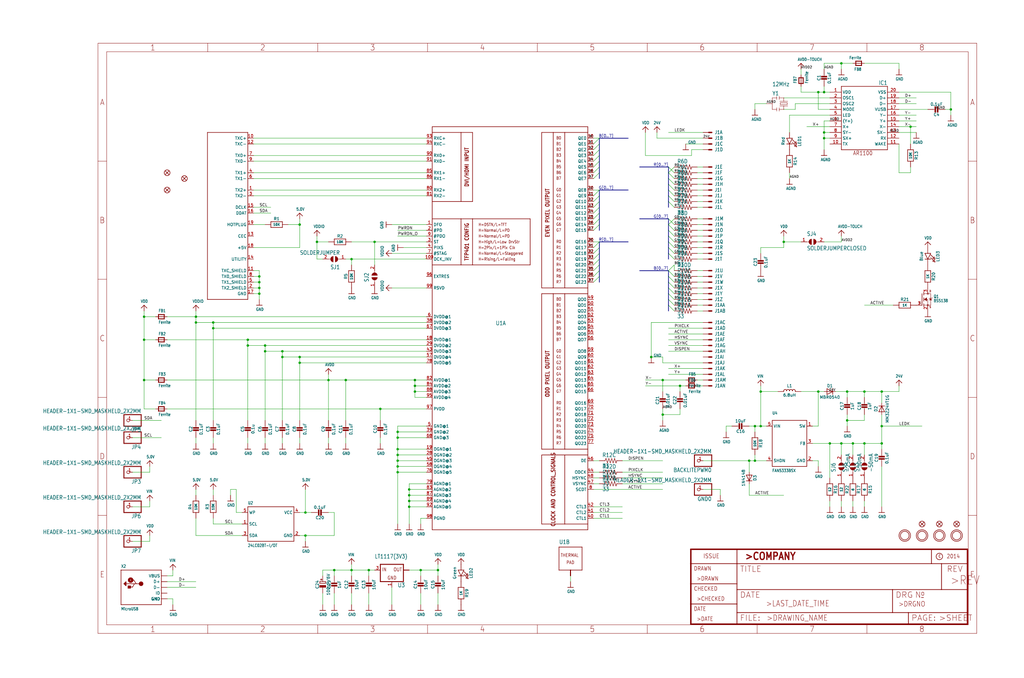
<source format=kicad_sch>
(kicad_sch (version 20211123) (generator eeschema)
  (paper "User" 451.333 299.161)
  (junction (at 388.62 187.96))
  (junction (at 114.3 129.54))
  (junction (at 175.26 190.5))
  (junction (at 165.1 106.68))
  (junction (at 134.62 226.06))
  (junction (at 381 195.58))
  (junction (at 132.08 99.06))
  (junction (at 132.08 157.48))
  (junction (at 93.98 142.24))
  (junction (at 114.3 121.92))
  (junction (at 144.78 167.64))
  (junction (at 132.08 160.02))
  (junction (at 162.56 251.46))
  (junction (at 182.88 172.72))
  (junction (at 167.64 180.34))
  (junction (at 388.62 195.58))
  (junction (at 363.22 60.96))
  (junction (at 373.38 185.42))
  (junction (at 175.26 198.12))
  (junction (at 360.68 40.64))
  (junction (at 287.02 157.48))
  (junction (at 292.1 182.88))
  (junction (at 124.46 157.48))
  (junction (at 375.92 195.58))
  (junction (at 363.22 58.42))
  (junction (at 86.36 142.24))
  (junction (at 381 172.72))
  (junction (at 365.76 195.58))
  (junction (at 363.22 40.64))
  (junction (at 154.94 251.46))
  (junction (at 154.94 114.3))
  (junction (at 116.84 154.94))
  (junction (at 193.04 251.46))
  (junction (at 114.3 124.46))
  (junction (at 373.38 172.72))
  (junction (at 63.5 139.7))
  (junction (at 335.28 172.72))
  (junction (at 370.84 27.94))
  (junction (at 332.74 187.96))
  (junction (at 180.34 223.52))
  (junction (at 299.72 170.18))
  (junction (at 109.22 152.4))
  (junction (at 370.84 195.58))
  (junction (at 182.88 170.18))
  (junction (at 182.88 167.64))
  (junction (at 109.22 149.86))
  (junction (at 175.26 205.74))
  (junction (at 335.28 187.96))
  (junction (at 93.98 144.78))
  (junction (at 114.3 127))
  (junction (at 180.34 220.98))
  (junction (at 63.5 167.64))
  (junction (at 175.26 203.2))
  (junction (at 86.36 139.7))
  (junction (at 134.62 236.22))
  (junction (at 175.26 208.28))
  (junction (at 147.32 251.46))
  (junction (at 292.1 167.64))
  (junction (at 419.1 48.26))
  (junction (at 401.32 55.88))
  (junction (at 116.84 152.4))
  (junction (at 124.46 154.94))
  (junction (at 360.68 172.72))
  (junction (at 139.7 106.68))
  (junction (at 152.4 167.64))
  (junction (at 63.5 149.86))
  (junction (at 332.74 203.2))
  (junction (at 175.26 193.04))
  (junction (at 388.62 172.72))
  (junction (at 180.34 218.44))
  (junction (at 175.26 200.66))
  (junction (at 330.2 203.2))
  (junction (at 180.34 215.9))
  (junction (at 345.44 106.68))
  (junction (at 185.42 251.46))
  (bus_entry (at 261.62 116.84) (size 2.54 -2.54))
  (bus_entry (at 297.18 114.3) (size -2.54 -2.54))
  (bus_entry (at 297.18 76.2) (size -2.54 -2.54))
  (bus_entry (at 261.62 78.74) (size 2.54 -2.54))
  (bus_entry (at 297.18 96.52) (size -2.54 2.54))
  (bus_entry (at 261.62 66.04) (size 2.54 -2.54))
  (bus_entry (at 297.18 101.6) (size -2.54 -2.54))
  (bus_entry (at 261.62 101.6) (size 2.54 -2.54))
  (bus_entry (at 297.18 78.74) (size -2.54 -2.54))
  (bus_entry (at 261.62 93.98) (size 2.54 -2.54))
  (bus_entry (at 261.62 119.38) (size 2.54 -2.54))
  (bus_entry (at 261.62 71.12) (size 2.54 -2.54))
  (bus_entry (at 261.62 76.2) (size 2.54 -2.54))
  (bus_entry (at 261.62 114.3) (size 2.54 -2.54))
  (bus_entry (at 297.18 111.76) (size -2.54 -2.54))
  (bus_entry (at 297.18 137.16) (size -2.54 -2.54))
  (bus_entry (at 261.62 96.52) (size 2.54 -2.54))
  (bus_entry (at 261.62 99.06) (size 2.54 -2.54))
  (bus_entry (at 261.62 111.76) (size 2.54 -2.54))
  (bus_entry (at 261.62 86.36) (size 2.54 -2.54))
  (bus_entry (at 261.62 68.58) (size 2.54 -2.54))
  (bus_entry (at 261.62 121.92) (size 2.54 -2.54))
  (bus_entry (at 297.18 127) (size -2.54 -2.54))
  (bus_entry (at 261.62 88.9) (size 2.54 -2.54))
  (bus_entry (at 297.18 104.14) (size -2.54 -2.54))
  (bus_entry (at 297.18 83.82) (size -2.54 -2.54))
  (bus_entry (at 297.18 81.28) (size -2.54 -2.54))
  (bus_entry (at 297.18 73.66) (size -2.54 2.54))
  (bus_entry (at 261.62 109.22) (size 2.54 -2.54))
  (bus_entry (at 297.18 91.44) (size -2.54 -2.54))
  (bus_entry (at 297.18 86.36) (size -2.54 -2.54))
  (bus_entry (at 297.18 116.84) (size -2.54 2.54))
  (bus_entry (at 297.18 124.46) (size -2.54 -2.54))
  (bus_entry (at 297.18 106.68) (size -2.54 -2.54))
  (bus_entry (at 297.18 134.62) (size -2.54 -2.54))
  (bus_entry (at 297.18 132.08) (size -2.54 -2.54))
  (bus_entry (at 297.18 88.9) (size -2.54 -2.54))
  (bus_entry (at 261.62 124.46) (size 2.54 -2.54))
  (bus_entry (at 297.18 99.06) (size -2.54 -2.54))
  (bus_entry (at 261.62 73.66) (size 2.54 -2.54))
  (bus_entry (at 261.62 63.5) (size 2.54 -2.54))
  (bus_entry (at 261.62 91.44) (size 2.54 -2.54))
  (bus_entry (at 297.18 109.22) (size -2.54 -2.54))
  (bus_entry (at 297.18 129.54) (size -2.54 -2.54))
  (bus_entry (at 297.18 121.92) (size -2.54 -2.54))
  (wire (pts (xy 388.62 195.58) (xy 388.62 187.96)))
  (wire (pts (xy 109.22 193.04) (xy 109.22 195.58)))
  (wire (pts (xy 309.88 63.5) (xy 302.26 63.5)))
  (wire (pts (xy 187.96 101.6) (xy 175.26 101.6)))
  (wire (pts (xy 373.38 182.88) (xy 373.38 185.42)))
  (wire (pts (xy 363.22 40.64) (xy 363.22 38.1)))
  (wire (pts (xy 111.76 86.36) (xy 187.96 86.36)))
  (wire (pts (xy 185.42 251.46) (xy 193.04 251.46)))
  (wire (pts (xy 360.68 40.64) (xy 353.06 40.64)))
  (wire (pts (xy 58.42 185.42) (xy 71.12 185.42)))
  (wire (pts (xy 182.88 172.72) (xy 182.88 170.18)))
  (wire (pts (xy 124.46 193.04) (xy 124.46 195.58)))
  (wire (pts (xy 93.98 231.14) (xy 106.68 231.14)))
  (wire (pts (xy 187.96 99.06) (xy 172.72 99.06)))
  (wire (pts (xy 284.48 68.58) (xy 284.48 58.42)))
  (wire (pts (xy 365.76 50.8) (xy 347.98 50.8)))
  (wire (pts (xy 365.76 223.52) (xy 365.76 220.98)))
  (wire (pts (xy 309.88 132.08) (xy 307.34 132.08)))
  (wire (pts (xy 93.98 142.24) (xy 86.36 142.24)))
  (wire (pts (xy 187.96 208.28) (xy 175.26 208.28)))
  (wire (pts (xy 292.1 167.64) (xy 284.48 167.64)))
  (wire (pts (xy 401.32 76.2) (xy 396.24 76.2)))
  (wire (pts (xy 330.2 213.36) (xy 330.2 218.44)))
  (wire (pts (xy 309.88 167.64) (xy 307.34 167.64)))
  (wire (pts (xy 185.42 261.62) (xy 185.42 266.7)))
  (wire (pts (xy 111.76 119.38) (xy 114.3 119.38)))
  (wire (pts (xy 309.88 83.82) (xy 307.34 83.82)))
  (wire (pts (xy 363.22 58.42) (xy 363.22 60.96)))
  (wire (pts (xy 365.76 45.72) (xy 350.52 45.72)))
  (bus (pts (xy 264.16 86.36) (xy 264.16 88.9)))
  (wire (pts (xy 187.96 180.34) (xy 167.64 180.34)))
  (wire (pts (xy 142.24 251.46) (xy 147.32 251.46)))
  (wire (pts (xy 193.04 251.46) (xy 193.04 254)))
  (bus (pts (xy 264.16 114.3) (xy 264.16 116.84)))
  (wire (pts (xy 58.42 223.52) (xy 66.04 223.52)))
  (bus (pts (xy 294.64 99.06) (xy 294.64 101.6)))
  (bus (pts (xy 264.16 66.04) (xy 264.16 63.5)))
  (wire (pts (xy 93.98 144.78) (xy 93.98 185.42)))
  (bus (pts (xy 264.16 111.76) (xy 264.16 114.3)))
  (wire (pts (xy 132.08 226.06) (xy 134.62 226.06)))
  (wire (pts (xy 365.76 43.18) (xy 345.44 43.18)))
  (wire (pts (xy 139.7 114.3) (xy 139.7 106.68)))
  (wire (pts (xy 58.42 208.28) (xy 66.04 208.28)))
  (wire (pts (xy 165.1 106.68) (xy 165.1 116.84)))
  (wire (pts (xy 116.84 152.4) (xy 109.22 152.4)))
  (bus (pts (xy 264.16 63.5) (xy 264.16 60.96)))
  (bus (pts (xy 294.64 134.62) (xy 294.64 137.16)))
  (bus (pts (xy 294.64 124.46) (xy 294.64 127)))
  (wire (pts (xy 86.36 142.24) (xy 86.36 185.42)))
  (wire (pts (xy 86.36 139.7) (xy 73.66 139.7)))
  (wire (pts (xy 187.96 139.7) (xy 86.36 139.7)))
  (wire (pts (xy 187.96 172.72) (xy 182.88 172.72)))
  (wire (pts (xy 419.1 48.26) (xy 419.1 50.8)))
  (wire (pts (xy 330.2 203.2) (xy 309.88 203.2)))
  (wire (pts (xy 86.36 137.16) (xy 86.36 139.7)))
  (wire (pts (xy 396.24 172.72) (xy 396.24 170.18)))
  (wire (pts (xy 309.88 81.28) (xy 307.34 81.28)))
  (wire (pts (xy 187.96 218.44) (xy 180.34 218.44)))
  (wire (pts (xy 127 99.06) (xy 132.08 99.06)))
  (wire (pts (xy 261.62 213.36) (xy 264.16 213.36)))
  (wire (pts (xy 261.62 106.68) (xy 264.16 106.68)))
  (wire (pts (xy 175.26 193.04) (xy 175.26 198.12)))
  (wire (pts (xy 365.76 55.88) (xy 355.6 55.88)))
  (wire (pts (xy 261.62 203.2) (xy 264.16 203.2)))
  (wire (pts (xy 111.76 129.54) (xy 114.3 129.54)))
  (wire (pts (xy 58.42 193.04) (xy 71.12 193.04)))
  (wire (pts (xy 309.88 137.16) (xy 307.34 137.16)))
  (wire (pts (xy 162.56 254) (xy 162.56 251.46)))
  (wire (pts (xy 309.88 119.38) (xy 307.34 119.38)))
  (bus (pts (xy 294.64 119.38) (xy 294.64 121.92)))
  (wire (pts (xy 302.26 170.18) (xy 299.72 170.18)))
  (wire (pts (xy 309.88 104.14) (xy 307.34 104.14)))
  (wire (pts (xy 142.24 114.3) (xy 139.7 114.3)))
  (bus (pts (xy 294.64 106.68) (xy 294.64 109.22)))
  (wire (pts (xy 185.42 228.6) (xy 185.42 231.14)))
  (wire (pts (xy 309.88 111.76) (xy 307.34 111.76)))
  (wire (pts (xy 309.88 58.42) (xy 294.64 58.42)))
  (wire (pts (xy 73.66 256.54) (xy 86.36 256.54)))
  (wire (pts (xy 175.26 200.66) (xy 175.26 203.2)))
  (wire (pts (xy 93.98 193.04) (xy 93.98 195.58)))
  (wire (pts (xy 187.96 200.66) (xy 175.26 200.66)))
  (wire (pts (xy 114.3 121.92) (xy 114.3 124.46)))
  (wire (pts (xy 101.6 215.9) (xy 101.6 218.44)))
  (wire (pts (xy 396.24 43.18) (xy 403.86 43.18)))
  (wire (pts (xy 309.88 124.46) (xy 307.34 124.46)))
  (bus (pts (xy 294.64 73.66) (xy 281.94 73.66)))
  (wire (pts (xy 332.74 187.96) (xy 330.2 187.96)))
  (wire (pts (xy 335.28 170.18) (xy 335.28 172.72)))
  (wire (pts (xy 93.98 231.14) (xy 93.98 228.6)))
  (wire (pts (xy 144.78 167.64) (xy 144.78 165.1)))
  (wire (pts (xy 345.44 109.22) (xy 335.28 109.22)))
  (wire (pts (xy 187.96 144.78) (xy 93.98 144.78)))
  (wire (pts (xy 365.76 195.58) (xy 370.84 195.58)))
  (wire (pts (xy 309.88 129.54) (xy 307.34 129.54)))
  (wire (pts (xy 66.04 208.28) (xy 66.04 205.74)))
  (wire (pts (xy 124.46 157.48) (xy 124.46 154.94)))
  (wire (pts (xy 373.38 172.72) (xy 381 172.72)))
  (wire (pts (xy 175.26 190.5) (xy 175.26 193.04)))
  (wire (pts (xy 381 223.52) (xy 381 220.98)))
  (wire (pts (xy 187.96 109.22) (xy 177.8 109.22)))
  (wire (pts (xy 388.62 172.72) (xy 396.24 172.72)))
  (wire (pts (xy 114.3 119.38) (xy 114.3 121.92)))
  (wire (pts (xy 363.22 106.68) (xy 370.84 106.68)))
  (wire (pts (xy 309.88 154.94) (xy 294.64 154.94)))
  (wire (pts (xy 109.22 149.86) (xy 73.66 149.86)))
  (wire (pts (xy 165.1 251.46) (xy 162.56 251.46)))
  (wire (pts (xy 299.72 170.18) (xy 284.48 170.18)))
  (wire (pts (xy 261.62 208.28) (xy 264.16 208.28)))
  (wire (pts (xy 309.88 88.9) (xy 307.34 88.9)))
  (wire (pts (xy 365.76 60.96) (xy 363.22 60.96)))
  (wire (pts (xy 187.96 152.4) (xy 116.84 152.4)))
  (wire (pts (xy 388.62 205.74) (xy 388.62 223.52)))
  (bus (pts (xy 294.64 78.74) (xy 294.64 81.28)))
  (wire (pts (xy 111.76 63.5) (xy 187.96 63.5)))
  (wire (pts (xy 68.58 149.86) (xy 63.5 149.86)))
  (wire (pts (xy 309.88 109.22) (xy 307.34 109.22)))
  (wire (pts (xy 66.04 223.52) (xy 66.04 220.98)))
  (wire (pts (xy 187.96 205.74) (xy 175.26 205.74)))
  (wire (pts (xy 309.88 76.2) (xy 307.34 76.2)))
  (wire (pts (xy 292.1 182.88) (xy 292.1 185.42)))
  (wire (pts (xy 375.92 27.94) (xy 370.84 27.94)))
  (wire (pts (xy 396.24 27.94) (xy 396.24 30.48)))
  (wire (pts (xy 144.78 167.64) (xy 73.66 167.64)))
  (wire (pts (xy 111.76 99.06) (xy 116.84 99.06)))
  (bus (pts (xy 264.16 73.66) (xy 264.16 71.12)))
  (wire (pts (xy 180.34 220.98) (xy 180.34 223.52)))
  (wire (pts (xy 93.98 144.78) (xy 93.98 142.24)))
  (wire (pts (xy 337.82 187.96) (xy 335.28 187.96)))
  (wire (pts (xy 317.5 215.9) (xy 317.5 218.44)))
  (wire (pts (xy 261.62 223.52) (xy 274.32 223.52)))
  (wire (pts (xy 261.62 228.6) (xy 274.32 228.6)))
  (wire (pts (xy 360.68 203.2) (xy 360.68 205.74)))
  (wire (pts (xy 309.88 73.66) (xy 307.34 73.66)))
  (bus (pts (xy 294.64 132.08) (xy 294.64 134.62)))
  (wire (pts (xy 320.04 187.96) (xy 320.04 190.5)))
  (wire (pts (xy 363.22 27.94) (xy 370.84 27.94)))
  (wire (pts (xy 381 27.94) (xy 396.24 27.94)))
  (wire (pts (xy 309.88 78.74) (xy 307.34 78.74)))
  (bus (pts (xy 264.16 71.12) (xy 264.16 68.58)))
  (wire (pts (xy 365.76 48.26) (xy 360.68 48.26)))
  (bus (pts (xy 294.64 101.6) (xy 294.64 104.14)))
  (wire (pts (xy 187.96 175.26) (xy 182.88 175.26)))
  (wire (pts (xy 309.88 152.4) (xy 294.64 152.4)))
  (wire (pts (xy 332.74 200.66) (xy 332.74 203.2)))
  (wire (pts (xy 292.1 182.88) (xy 299.72 182.88)))
  (wire (pts (xy 353.06 30.48) (xy 353.06 33.02)))
  (wire (pts (xy 332.74 45.72) (xy 332.74 48.26)))
  (wire (pts (xy 187.96 160.02) (xy 132.08 160.02)))
  (wire (pts (xy 134.62 226.06) (xy 134.62 215.9)))
  (wire (pts (xy 363.22 30.48) (xy 363.22 27.94)))
  (wire (pts (xy 396.24 76.2) (xy 396.24 63.5)))
  (wire (pts (xy 375.92 200.66) (xy 375.92 195.58)))
  (bus (pts (xy 294.64 73.66) (xy 294.64 76.2)))
  (wire (pts (xy 347.98 78.74) (xy 347.98 76.2)))
  (wire (pts (xy 396.24 53.34) (xy 403.86 53.34)))
  (wire (pts (xy 132.08 160.02) (xy 132.08 185.42)))
  (wire (pts (xy 147.32 236.22) (xy 134.62 236.22)))
  (wire (pts (xy 187.96 220.98) (xy 180.34 220.98)))
  (wire (pts (xy 187.96 190.5) (xy 175.26 190.5)))
  (wire (pts (xy 187.96 154.94) (xy 124.46 154.94)))
  (wire (pts (xy 360.68 48.26) (xy 360.68 40.64)))
  (wire (pts (xy 180.34 223.52) (xy 180.34 231.14)))
  (wire (pts (xy 401.32 76.2) (xy 401.32 73.66)))
  (wire (pts (xy 309.88 134.62) (xy 307.34 134.62)))
  (wire (pts (xy 370.84 200.66) (xy 370.84 195.58)))
  (bus (pts (xy 264.16 106.68) (xy 276.86 106.68)))
  (wire (pts (xy 116.84 193.04) (xy 116.84 195.58)))
  (wire (pts (xy 73.66 259.08) (xy 86.36 259.08)))
  (wire (pts (xy 187.96 157.48) (xy 132.08 157.48)))
  (wire (pts (xy 317.5 215.9) (xy 309.88 215.9)))
  (wire (pts (xy 332.74 190.5) (xy 332.74 187.96)))
  (wire (pts (xy 388.62 187.96) (xy 388.62 182.88)))
  (wire (pts (xy 350.52 48.26) (xy 345.44 48.26)))
  (wire (pts (xy 299.72 182.88) (xy 299.72 180.34)))
  (wire (pts (xy 182.88 167.64) (xy 152.4 167.64)))
  (wire (pts (xy 360.68 172.72) (xy 363.22 172.72)))
  (wire (pts (xy 304.8 68.58) (xy 284.48 68.58)))
  (wire (pts (xy 180.34 215.9) (xy 180.34 218.44)))
  (bus (pts (xy 264.16 109.22) (xy 264.16 111.76)))
  (bus (pts (xy 264.16 96.52) (xy 264.16 99.06)))
  (wire (pts (xy 375.92 223.52) (xy 375.92 220.98)))
  (wire (pts (xy 287.02 157.48) (xy 292.1 157.48)))
  (wire (pts (xy 309.88 147.32) (xy 294.64 147.32)))
  (wire (pts (xy 137.16 226.06) (xy 134.62 226.06)))
  (wire (pts (xy 363.22 40.64) (xy 360.68 40.64)))
  (bus (pts (xy 294.64 129.54) (xy 294.64 132.08)))
  (wire (pts (xy 358.14 187.96) (xy 360.68 187.96)))
  (wire (pts (xy 309.88 91.44) (xy 307.34 91.44)))
  (wire (pts (xy 365.76 58.42) (xy 363.22 58.42)))
  (wire (pts (xy 187.96 142.24) (xy 93.98 142.24)))
  (wire (pts (xy 347.98 50.8) (xy 347.98 58.42)))
  (wire (pts (xy 152.4 193.04) (xy 152.4 195.58)))
  (wire (pts (xy 375.92 195.58) (xy 381 195.58)))
  (wire (pts (xy 193.04 261.62) (xy 193.04 266.7)))
  (wire (pts (xy 147.32 251.46) (xy 154.94 251.46)))
  (wire (pts (xy 58.42 238.76) (xy 66.04 238.76)))
  (wire (pts (xy 86.36 142.24) (xy 86.36 139.7)))
  (wire (pts (xy 187.96 114.3) (xy 154.94 114.3)))
  (wire (pts (xy 165.1 106.68) (xy 187.96 106.68)))
  (wire (pts (xy 147.32 254) (xy 147.32 251.46)))
  (wire (pts (xy 63.5 139.7) (xy 63.5 137.16)))
  (wire (pts (xy 106.68 236.22) (xy 86.36 236.22)))
  (wire (pts (xy 309.88 162.56) (xy 294.64 162.56)))
  (wire (pts (xy 261.62 210.82) (xy 264.16 210.82)))
  (wire (pts (xy 388.62 198.12) (xy 388.62 195.58)))
  (wire (pts (xy 345.44 106.68) (xy 345.44 104.14)))
  (wire (pts (xy 274.32 210.82) (xy 292.1 210.82)))
  (wire (pts (xy 337.82 203.2) (xy 332.74 203.2)))
  (wire (pts (xy 396.24 40.64) (xy 419.1 40.64)))
  (wire (pts (xy 292.1 160.02) (xy 309.88 160.02)))
  (wire (pts (xy 396.24 50.8) (xy 403.86 50.8)))
  (wire (pts (xy 381 195.58) (xy 388.62 195.58)))
  (wire (pts (xy 152.4 167.64) (xy 144.78 167.64)))
  (wire (pts (xy 111.76 76.2) (xy 187.96 76.2)))
  (wire (pts (xy 330.2 203.2) (xy 330.2 208.28)))
  (bus (pts (xy 294.64 104.14) (xy 294.64 106.68)))
  (wire (pts (xy 363.22 60.96) (xy 363.22 66.04)))
  (wire (pts (xy 370.84 195.58) (xy 375.92 195.58)))
  (wire (pts (xy 309.88 101.6) (xy 307.34 101.6)))
  (wire (pts (xy 368.3 172.72) (xy 373.38 172.72)))
  (wire (pts (xy 309.88 96.52) (xy 307.34 96.52)))
  (wire (pts (xy 154.94 254) (xy 154.94 251.46)))
  (wire (pts (xy 187.96 170.18) (xy 182.88 170.18)))
  (wire (pts (xy 370.84 223.52) (xy 370.84 220.98)))
  (wire (pts (xy 187.96 167.64) (xy 182.88 167.64)))
  (wire (pts (xy 116.84 154.94) (xy 116.84 185.42)))
  (wire (pts (xy 175.26 198.12) (xy 175.26 200.66)))
  (wire (pts (xy 337.82 45.72) (xy 332.74 45.72)))
  (wire (pts (xy 175.26 205.74) (xy 175.26 208.28)))
  (wire (pts (xy 180.34 251.46) (xy 185.42 251.46)))
  (wire (pts (xy 373.38 175.26) (xy 373.38 172.72)))
  (wire (pts (xy 274.32 208.28) (xy 292.1 208.28)))
  (wire (pts (xy 147.32 226.06) (xy 147.32 236.22)))
  (wire (pts (xy 261.62 83.82) (xy 264.16 83.82)))
  (wire (pts (xy 353.06 40.64) (xy 353.06 38.1)))
  (bus (pts (xy 294.64 96.52) (xy 294.64 99.06)))
  (wire (pts (xy 111.76 71.12) (xy 187.96 71.12)))
  (wire (pts (xy 167.64 193.04) (xy 167.64 195.58)))
  (bus (pts (xy 264.16 121.92) (xy 264.16 124.46)))
  (wire (pts (xy 358.14 203.2) (xy 360.68 203.2)))
  (wire (pts (xy 274.32 203.2) (xy 292.1 203.2)))
  (wire (pts (xy 187.96 104.14) (xy 175.26 104.14)))
  (bus (pts (xy 294.64 81.28) (xy 294.64 83.82)))
  (wire (pts (xy 309.88 114.3) (xy 307.34 114.3)))
  (wire (pts (xy 182.88 170.18) (xy 182.88 167.64)))
  (wire (pts (xy 187.96 228.6) (xy 185.42 228.6)))
  (bus (pts (xy 264.16 91.44) (xy 264.16 93.98)))
  (wire (pts (xy 381 172.72) (xy 388.62 172.72)))
  (wire (pts (xy 388.62 177.8) (xy 388.62 172.72)))
  (wire (pts (xy 132.08 236.22) (xy 134.62 236.22)))
  (wire (pts (xy 309.88 144.78) (xy 294.64 144.78)))
  (wire (pts (xy 73.66 264.16) (xy 76.2 264.16)))
  (wire (pts (xy 309.88 165.1) (xy 294.64 165.1)))
  (wire (pts (xy 274.32 213.36) (xy 292.1 213.36)))
  (bus (pts (xy 264.16 116.84) (xy 264.16 119.38)))
  (wire (pts (xy 292.1 172.72) (xy 292.1 167.64)))
  (wire (pts (xy 134.62 236.22) (xy 134.62 238.76)))
  (wire (pts (xy 142.24 266.7) (xy 142.24 261.62)))
  (wire (pts (xy 144.78 185.42) (xy 144.78 167.64)))
  (wire (pts (xy 109.22 152.4) (xy 109.22 185.42)))
  (wire (pts (xy 365.76 40.64) (xy 363.22 40.64)))
  (bus (pts (xy 264.16 83.82) (xy 264.16 86.36)))
  (wire (pts (xy 111.76 91.44) (xy 119.38 91.44)))
  (bus (pts (xy 294.64 96.52) (xy 281.94 96.52)))
  (wire (pts (xy 111.76 60.96) (xy 187.96 60.96)))
  (wire (pts (xy 111.76 127) (xy 114.3 127)))
  (bus (pts (xy 264.16 88.9) (xy 264.16 91.44)))
  (wire (pts (xy 193.04 251.46) (xy 193.04 248.92)))
  (wire (pts (xy 261.62 226.06) (xy 274.32 226.06)))
  (wire (pts (xy 132.08 99.06) (xy 132.08 96.52)))
  (wire (pts (xy 309.88 66.04) (xy 304.8 66.04)))
  (bus (pts (xy 264.16 106.68) (xy 264.16 109.22)))
  (wire (pts (xy 111.76 124.46) (xy 114.3 124.46)))
  (bus (pts (xy 294.64 127) (xy 294.64 129.54)))
  (wire (pts (xy 139.7 106.68) (xy 139.7 104.14)))
  (wire (pts (xy 393.7 134.62) (xy 381 134.62)))
  (wire (pts (xy 175.26 203.2) (xy 175.26 205.74)))
  (wire (pts (xy 187.96 149.86) (xy 109.22 149.86)))
  (wire (pts (xy 261.62 60.96) (xy 264.16 60.96)))
  (wire (pts (xy 111.76 83.82) (xy 187.96 83.82)))
  (wire (pts (xy 309.88 106.68) (xy 307.34 106.68)))
  (wire (pts (xy 187.96 198.12) (xy 175.26 198.12)))
  (wire (pts (xy 175.26 187.96) (xy 175.26 190.5)))
  (bus (pts (xy 294.64 76.2) (xy 294.64 78.74)))
  (wire (pts (xy 73.66 254) (xy 76.2 254)))
  (wire (pts (xy 180.34 218.44) (xy 180.34 220.98)))
  (wire (pts (xy 292.1 157.48) (xy 292.1 160.02)))
  (wire (pts (xy 154.94 114.3) (xy 152.4 114.3)))
  (wire (pts (xy 86.36 236.22) (xy 86.36 228.6)))
  (wire (pts (xy 187.96 203.2) (xy 175.26 203.2)))
  (wire (pts (xy 345.44 106.68) (xy 353.06 106.68)))
  (wire (pts (xy 309.88 99.06) (xy 307.34 99.06)))
  (wire (pts (xy 104.14 226.06) (xy 104.14 215.9)))
  (wire (pts (xy 365.76 210.82) (xy 365.76 195.58)))
  (wire (pts (xy 63.5 180.34) (xy 63.5 167.64)))
  (wire (pts (xy 187.96 213.36) (xy 180.34 213.36)))
  (wire (pts (xy 335.28 172.72) (xy 342.9 172.72)))
  (wire (pts (xy 68.58 180.34) (xy 63.5 180.34)))
  (bus (pts (xy 294.64 111.76) (xy 294.64 114.3)))
  (wire (pts (xy 167.64 180.34) (xy 167.64 185.42)))
  (wire (pts (xy 309.88 127) (xy 307.34 127)))
  (wire (pts (xy 353.06 172.72) (xy 360.68 172.72)))
  (wire (pts (xy 132.08 193.04) (xy 132.08 195.58)))
  (wire (pts (xy 370.84 106.68) (xy 370.84 104.14)))
  (bus (pts (xy 264.16 119.38) (xy 264.16 121.92)))
  (wire (pts (xy 124.46 157.48) (xy 124.46 185.42)))
  (wire (pts (xy 111.76 121.92) (xy 114.3 121.92)))
  (bus (pts (xy 264.16 68.58) (xy 264.16 66.04)))
  (bus (pts (xy 294.64 109.22) (xy 294.64 111.76)))
  (wire (pts (xy 358.14 195.58) (xy 365.76 195.58)))
  (wire (pts (xy 144.78 106.68) (xy 139.7 106.68)))
  (wire (pts (xy 132.08 157.48) (xy 124.46 157.48)))
  (wire (pts (xy 114.3 124.46) (xy 114.3 127)))
  (bus (pts (xy 264.16 78.74) (xy 264.16 76.2)))
  (wire (pts (xy 297.18 119.38) (xy 297.18 116.84)))
  (wire (pts (xy 299.72 172.72) (xy 299.72 170.18)))
  (wire (pts (xy 144.78 193.04) (xy 144.78 195.58)))
  (wire (pts (xy 152.4 185.42) (xy 152.4 167.64)))
  (bus (pts (xy 294.64 88.9) (xy 294.64 91.44)))
  (wire (pts (xy 330.2 218.44) (xy 345.44 218.44)))
  (wire (pts (xy 116.84 154.94) (xy 116.84 152.4)))
  (wire (pts (xy 381 185.42) (xy 373.38 185.42)))
  (wire (pts (xy 187.96 193.04) (xy 175.26 193.04)))
  (wire (pts (xy 187.96 127) (xy 172.72 127)))
  (wire (pts (xy 147.32 266.7) (xy 147.32 261.62)))
  (wire (pts (xy 388.62 187.96) (xy 406.4 187.96)))
  (wire (pts (xy 109.22 152.4) (xy 109.22 149.86)))
  (wire (pts (xy 111.76 68.58) (xy 187.96 68.58)))
  (wire (pts (xy 370.84 27.94) (xy 370.84 30.48)))
  (wire (pts (xy 132.08 99.06) (xy 132.08 109.22)))
  (wire (pts (xy 396.24 58.42) (xy 403.86 58.42)))
  (wire (pts (xy 251.46 254) (xy 251.46 256.54)))
  (wire (pts (xy 187.96 187.96) (xy 175.26 187.96)))
  (wire (pts (xy 93.98 218.44) (xy 93.98 215.9)))
  (wire (pts (xy 332.74 203.2) (xy 330.2 203.2)))
  (wire (pts (xy 363.22 53.34) (xy 363.22 58.42)))
  (wire (pts (xy 381 182.88) (xy 381 185.42)))
  (wire (pts (xy 144.78 226.06) (xy 147.32 226.06)))
  (wire (pts (xy 309.88 60.96) (xy 289.56 60.96)))
  (bus (pts (xy 294.64 86.36) (xy 294.64 88.9)))
  (bus (pts (xy 294.64 121.92) (xy 294.64 124.46)))
  (wire (pts (xy 287.02 142.24) (xy 287.02 157.48)))
  (wire (pts (xy 63.5 167.64) (xy 63.5 149.86)))
  (wire (pts (xy 66.04 238.76) (xy 66.04 236.22)))
  (wire (pts (xy 332.74 187.96) (xy 335.28 187.96)))
  (wire (pts (xy 165.1 106.68) (xy 154.94 106.68)))
  (wire (pts (xy 416.56 48.26) (xy 419.1 48.26)))
  (wire (pts (xy 360.68 187.96) (xy 360.68 172.72)))
  (wire (pts (xy 289.56 60.96) (xy 289.56 58.42)))
  (wire (pts (xy 132.08 109.22) (xy 111.76 109.22)))
  (wire (pts (xy 396.24 55.88) (xy 401.32 55.88)))
  (wire (pts (xy 304.8 66.04) (xy 304.8 68.58)))
  (wire (pts (xy 132.08 160.02) (xy 132.08 157.48)))
  (wire (pts (xy 86.36 193.04) (xy 86.36 195.58)))
  (wire (pts (xy 381 200.66) (xy 381 195.58)))
  (wire (pts (xy 114.3 129.54) (xy 114.3 132.08)))
  (wire (pts (xy 309.88 170.18) (xy 307.34 170.18)))
  (wire (pts (xy 401.32 55.88) (xy 403.86 55.88)))
  (wire (pts (xy 309.88 121.92) (xy 307.34 121.92)))
  (bus (pts (xy 264.16 60.96) (xy 276.86 60.96)))
  (wire (pts (xy 187.96 111.76) (xy 172.72 111.76)))
  (wire (pts (xy 154.94 116.84) (xy 154.94 114.3)))
  (wire (pts (xy 381 175.26) (xy 381 172.72)))
  (wire (pts (xy 76.2 254) (xy 76.2 251.46)))
  (wire (pts (xy 187.96 215.9) (xy 180.34 215.9)))
  (bus (pts (xy 264.16 93.98) (xy 264.16 96.52)))
  (wire (pts (xy 104.14 215.9) (xy 101.6 215.9)))
  (wire (pts (xy 142.24 254) (xy 142.24 251.46)))
  (wire (pts (xy 162.56 261.62) (xy 162.56 266.7)))
  (wire (pts (xy 350.52 45.72) (xy 350.52 48.26)))
  (bus (pts (xy 294.64 119.38) (xy 281.94 119.38)))
  (wire (pts (xy 182.88 175.26) (xy 182.88 172.72)))
  (bus (pts (xy 264.16 76.2) (xy 264.16 73.66)))
  (wire (pts (xy 335.28 187.96) (xy 335.28 172.72)))
  (wire (pts (xy 292.1 180.34) (xy 292.1 182.88)))
  (wire (pts (xy 185.42 251.46) (xy 185.42 254)))
  (wire (pts (xy 175.26 208.28) (xy 175.26 231.14)))
  (wire (pts (xy 187.96 223.52) (xy 180.34 223.52)))
  (wire (pts (xy 111.76 93.98) (xy 119.38 93.98)))
  (wire (pts (xy 345.44 109.22) (xy 345.44 106.68)))
  (wire (pts (xy 401.32 63.5) (xy 401.32 55.88)))
  (wire (pts (xy 322.58 187.96) (xy 320.04 187.96)))
  (wire (pts (xy 302.26 167.64) (xy 292.1 167.64)))
  (wire (pts (xy 309.88 86.36) (xy 307.34 86.36)))
  (wire (pts (xy 180.34 213.36) (xy 180.34 215.9)))
  (wire (pts (xy 309.88 142.24) (xy 287.02 142.24)))
  (wire (pts (xy 114.3 127) (xy 114.3 129.54)))
  (wire (pts (xy 162.56 251.46) (xy 154.94 251.46)))
  (wire (pts (xy 365.76 53.34) (xy 363.22 53.34)))
  (bus (pts (xy 264.16 99.06) (xy 264.16 101.6)))
  (wire (pts (xy 419.1 40.64) (xy 419.1 48.26)))
  (wire (pts (xy 86.36 218.44) (xy 86.36 215.9)))
  (bus (pts (xy 264.16 83.82) (xy 276.86 83.82)))
  (wire (pts (xy 396.24 48.26) (xy 408.94 48.26)))
  (wire (pts (xy 111.76 78.74) (xy 187.96 78.74)))
  (wire (pts (xy 76.2 264.16) (xy 76.2 266.7)))
  (wire (pts (xy 68.58 139.7) (xy 63.5 139.7)))
  (wire (pts (xy 373.38 185.42) (xy 373.38 187.96)))
  (wire (pts (xy 261.62 215.9) (xy 292.1 215.9)))
  (wire (pts (xy 63.5 149.86) (xy 63.5 139.7)))
  (wire (pts (xy 106.68 226.06) (xy 104.14 226.06)))
  (wire (pts (xy 154.94 261.62) (xy 154.94 266.7)))
  (wire (pts (xy 396.24 45.72) (xy 403.86 45.72)))
  (wire (pts (xy 154.94 251.46) (xy 154.94 248.92)))
  (wire (pts (xy 335.28 109.22) (xy 335.28 111.76)))
  (wire (pts (xy 172.72 259.08) (xy 172.72 266.7)))
  (wire (pts (xy 167.64 180.34) (xy 73.66 180.34)))
  (bus (pts (xy 294.64 83.82) (xy 294.64 86.36)))
  (wire (pts (xy 309.88 149.86) (xy 294.64 149.86)))
  (wire (pts (xy 68.58 167.64) (xy 63.5 167.64)))
  (wire (pts (xy 124.46 154.94) (xy 116.84 154.94)))
  (label "G[0..7]" (at 270.51 83.82 180) (effects (font (size 1.2446 1.2446))))
  (label "Y-" (at 398.78 50.8 0) (effects (font (size 1.2446 1.2446))))
  (label "24V" (at 309.88 60.96 0) (effects (font (size 1.016 1.016))))
  (label "PWRDN_O" (at 175.26 104.14 0) (effects (font (size 1.2446 1.2446))))
  (label "AGND" (at 292.1 180.34 0) (effects (font (size 1.016 1.016))))
  (label "R4" (at 297.18 83.82 0) (effects (font (size 1.016 1.016))))
  (label "G4" (at 261.62 93.98 180) (effects (font (size 1.016 1.016))))
  (label "R3" (at 261.62 114.3 180) (effects (font (size 1.016 1.016))))
  (label "DISPEN" (at 297.18 154.94 0) (effects (font (size 1.2446 1.2446))))
  (label "R[0..7]" (at 270.51 106.68 180) (effects (font (size 1.2446 1.2446))))
  (label "B1" (at 297.18 121.92 0) (effects (font (size 1.016 1.016))))
  (label "B3" (at 297.18 127 0) (effects (font (size 1.016 1.016))))
  (label "X-" (at 284.48 167.64 0) (effects (font (size 1.2446 1.2446))))
  (label "SDA" (at 114.3 93.98 0) (effects (font (size 1.2446 1.2446))))
  (label "SDA" (at 99.06 236.22 0) (effects (font (size 1.2446 1.2446))))
  (label "B5" (at 261.62 73.66 180) (effects (font (size 1.016 1.016))))
  (label "ACTIVE" (at 383.54 134.62 0) (effects (font (size 1.2446 1.2446))))
  (label "R5" (at 297.18 86.36 0) (effects (font (size 1.016 1.016))))
  (label "Y+" (at 297.18 165.1 0) (effects (font (size 1.2446 1.2446))))
  (label "R7" (at 261.62 124.46 180) (effects (font (size 1.016 1.016))))
  (label "D-" (at 78.74 259.08 0) (effects (font (size 1.2446 1.2446))))
  (label "R7" (at 297.18 91.44 0) (effects (font (size 1.016 1.016))))
  (label "PWRDN" (at 175.26 101.6 0) (effects (font (size 1.2446 1.2446))))
  (label "B0" (at 261.62 60.96 180) (effects (font (size 1.016 1.016))))
  (label "SCL" (at 99.06 231.14 0) (effects (font (size 1.2446 1.2446))))
  (label "B7" (at 297.18 137.16 0) (effects (font (size 1.016 1.016))))
  (label "AGND" (at 396.24 58.42 180) (effects (font (size 1.016 1.016))))
  (label "Y+" (at 398.78 53.34 0) (effects (font (size 1.2446 1.2446))))
  (label "R2" (at 297.18 78.74 0) (effects (font (size 1.016 1.016))))
  (label "24V" (at 368.3 172.72 180) (effects (font (size 1.016 1.016))))
  (label "HSYNC" (at 276.86 210.82 0) (effects (font (size 1.2446 1.2446))))
  (label "B6" (at 261.62 76.2 180) (effects (font (size 1.016 1.016))))
  (label "G6" (at 261.62 99.06 180) (effects (font (size 1.016 1.016))))
  (label "X+" (at 358.14 55.88 0) (effects (font (size 1.2446 1.2446))))
  (label "R1" (at 261.62 109.22 180) (effects (font (size 1.016 1.016))))
  (label "D+" (at 398.78 43.18 0) (effects (font (size 1.2446 1.2446))))
  (label "DISPEN" (at 276.86 203.2 0) (effects (font (size 1.2446 1.2446))))
  (label "HSYNC" (at 297.18 149.86 0) (effects (font (size 1.2446 1.2446))))
  (label "X-" (at 398.78 55.88 0) (effects (font (size 1.2446 1.2446))))
  (label "X+" (at 297.18 162.56 0) (effects (font (size 1.2446 1.2446))))
  (label "AVDD2" (at 353.06 30.48 0) (effects (font (size 1.016 1.016))))
  (label "G6" (at 297.18 111.76 0) (effects (font (size 1.016 1.016))))
  (label "B3" (at 261.62 68.58 180) (effects (font (size 1.016 1.016))))
  (label "D-" (at 398.78 45.72 0) (effects (font (size 1.2446 1.2446))))
  (label "G1" (at 297.18 99.06 0) (effects (font (size 1.016 1.016))))
  (label "CTL2" (at 264.16 226.06 0) (effects (font (size 1.2446 1.2446))))
  (label "B4" (at 261.62 71.12 180) (effects (font (size 1.016 1.016))))
  (label "G7" (at 261.62 101.6 180) (effects (font (size 1.016 1.016))))
  (label "AVDD2" (at 370.84 106.68 0) (effects (font (size 1.016 1.016))))
  (label "B7" (at 261.62 78.74 180) (effects (font (size 1.016 1.016))))
  (label "B2" (at 297.18 124.46 0) (effects (font (size 1.016 1.016))))
  (label "AGND" (at 416.56 48.26 180) (effects (font (size 1.016 1.016))))
  (label "AGND" (at 347.98 78.74 0) (effects (font (size 1.016 1.016))))
  (label "CTL3" (at 264.16 223.52 0) (effects (font (size 1.2446 1.2446))))
  (label "R5" (at 261.62 119.38 180) (effects (font (size 1.016 1.016))))
  (label "LEDK" (at 396.24 187.96 0) (effects (font (size 1.2446 1.2446))))
  (label "CTL1" (at 264.16 228.6 0) (effects (font (size 1.2446 1.2446))))
  (label "VSYNC" (at 297.18 152.4 0) (effects (font (size 1.2446 1.2446))))
  (label "G7" (at 297.18 114.3 0) (effects (font (size 1.016 1.016))))
  (label "SCL" (at 114.3 91.44 0) (effects (font (size 1.2446 1.2446))))
  (label "Y-" (at 284.48 170.18 0) (effects (font (size 1.2446 1.2446))))
  (label "B1" (at 261.62 63.5 180) (effects (font (size 1.016 1.016))))
  (label "R1" (at 297.18 76.2 0) (effects (font (size 1.016 1.016))))
  (label "G[0..7]" (at 294.64 96.52 180) (effects (font (size 1.2446 1.2446))))
  (label "B[0..7]" (at 270.51 60.96 180) (effects (font (size 1.2446 1.2446))))
  (label "G5" (at 261.62 96.52 180) (effects (font (size 1.016 1.016))))
  (label "SCL" (at 63.5 193.04 0) (effects (font (size 1.2446 1.2446))))
  (label "ACTIVE" (at 297.18 147.32 0) (effects (font (size 1.2446 1.2446))))
  (label "R0" (at 261.62 106.68 180) (effects (font (size 1.016 1.016))))
  (label "G3" (at 261.62 91.44 180) (effects (font (size 1.016 1.016))))
  (label "G5" (at 297.18 109.22 0) (effects (font (size 1.016 1.016))))
  (label "B6" (at 297.18 134.62 0) (effects (font (size 1.016 1.016))))
  (label "G3" (at 297.18 104.14 0) (effects (font (size 1.016 1.016))))
  (label "G2" (at 261.62 88.9 180) (effects (font (size 1.016 1.016))))
  (label "G0" (at 261.62 83.82 180) (effects (font (size 1.016 1.016))))
  (label "SDA" (at 63.5 185.42 0) (effects (font (size 1.2446 1.2446))))
  (label "R4" (at 261.62 116.84 180) (effects (font (size 1.016 1.016))))
  (label "B5" (at 297.18 132.08 0) (effects (font (size 1.016 1.016))))
  (label "R0" (at 297.18 73.66 0) (effects (font (size 1.016 1.016))))
  (label "ACTIVE" (at 332.74 218.44 0) (effects (font (size 1.2446 1.2446))))
  (label "R6" (at 297.18 88.9 0) (effects (font (size 1.016 1.016))))
  (label "PIXCLK" (at 297.18 144.78 0) (effects (font (size 1.2446 1.2446))))
  (label "G2" (at 297.18 101.6 0) (effects (font (size 1.016 1.016))))
  (label "B[0..7]" (at 294.64 119.38 180) (effects (font (size 1.2446 1.2446))))
  (label "G1" (at 261.62 86.36 180) (effects (font (size 1.016 1.016))))
  (label "G4" (at 297.18 106.68 0) (effects (font (size 1.016 1.016))))
  (label "PIXCLK" (at 276.86 208.28 0) (effects (font (size 1.2446 1.2446))))
  (label "D+" (at 78.74 256.54 0) (effects (font (size 1.2446 1.2446))))
  (label "VSYNC" (at 276.86 213.36 0) (effects (font (size 1.2446 1.2446))))
  (label "B2" (at 261.62 66.04 180) (effects (font (size 1.016 1.016))))
  (label "LEDK" (at 297.18 58.42 0) (effects (font (size 1.2446 1.2446))))
  (label "R3" (at 297.18 81.28 0) (effects (font (size 1.016 1.016))))
  (label "G0" (at 297.18 96.52 0) (effects (font (size 1.016 1.016))))
  (label "B0" (at 297.18 116.84 0) (effects (font (size 1.016 1.016))))
  (label "B4" (at 297.18 129.54 0) (effects (font (size 1.016 1.016))))
  (label "AGND" (at 337.82 45.72 0) (effects (font (size 1.016 1.016))))
  (label "R6" (at 261.62 121.92 180) (effects (font (size 1.016 1.016))))
  (label "R2" (at 261.62 111.76 180) (effects (font (size 1.016 1.016))))
  (label "AGND" (at 363.22 30.48 0) (effects (font (size 1.016 1.016))))
  (label "R[0..7]" (at 294.64 73.66 180) (effects (font (size 1.2446 1.2446))))
  (label "AGND" (at 365.76 53.34 0) (effects (font (size 1.016 1.016))))
  (label "ACTIVE" (at 276.86 215.9 0) (effects (font (size 1.2446 1.2446))))
  (symbol (lib_id "eagleSchem-eagle-import:RESISTOR_4PACK_US") (at 302.26 111.76 0) (unit 2)
    (property "Reference" "R9" (at 298.45 110.2614 0) (effects (font (size 1.778 1.5113)) (justify left bottom)))
    (property "Value" "33" (at 298.45 115.062 0) (effects (font (size 1.778 1.5113)) (justify left bottom)))
    (property "Footprint" "eagleSchem:RESPACK_4X0603" (effects hide))
  )
  (symbol (lib_id "eagleSchem-eagle-import:VDDIO") (at 139.7 101.6 0) (unit 1)
    (property "Reference" "#U$21" (effects hide))
    (property "Value" "VDDIO" (at 138.176 100.584 0) (effects (font (size 1.27 1.0795)) (justify left bottom)))
    (property "Footprint" "eagleSchem:" (effects hide))
  )
  (symbol (lib_id "eagleSchem-eagle-import:TFTLCD-40PIN-TTL-KD070") (at 312.42 73.66 0) (unit 5)
    (property "Reference" "J1" (at 314.96 74.422 0) (effects (font (size 1.524 1.2954)) (justify left bottom)))
    (property "Value" "TFTLCD-40PIN-TTL-KD070" (effects hide))
    (property "Footprint" "eagleSchem:TFTLCD-KD070GD21-40NT" (effects hide))
  )
  (symbol (lib_id "eagleSchem-eagle-import:TFTLCD-40PIN-TTL-KD070") (at 312.42 137.16 0) (unit 28)
    (property "Reference" "J1" (at 314.96 137.922 0) (effects (font (size 1.524 1.2954)) (justify left bottom)))
    (property "Value" "TFTLCD-40PIN-TTL-KD070" (effects hide))
    (property "Footprint" "eagleSchem:TFTLCD-KD070GD21-40NT" (effects hide))
  )
  (symbol (lib_id "eagleSchem-eagle-import:GND") (at 363.22 68.58 0) (unit 1)
    (property "Reference" "#U$60" (effects hide))
    (property "Value" "AGND" (at 361.696 71.12 0) (effects (font (size 1.27 1.0795)) (justify left bottom)))
    (property "Footprint" "eagleSchem:" (effects hide))
  )
  (symbol (lib_id "eagleSchem-eagle-import:TFTLCD-40PIN-TTL-KD070") (at 312.42 132.08 0) (unit 26)
    (property "Reference" "J1" (at 314.96 132.842 0) (effects (font (size 1.524 1.2954)) (justify left bottom)))
    (property "Value" "TFTLCD-40PIN-TTL-KD070" (effects hide))
    (property "Footprint" "eagleSchem:TFTLCD-KD070GD21-40NT" (effects hide))
  )
  (symbol (lib_id "eagleSchem-eagle-import:TFTLCD-40PIN-TTL-KD070") (at 312.42 63.5 0) (unit 3)
    (property "Reference" "J1" (at 314.96 64.262 0) (effects (font (size 1.524 1.2954)) (justify left bottom)))
    (property "Value" "TFTLCD-40PIN-TTL-KD070" (effects hide))
    (property "Footprint" "eagleSchem:TFTLCD-KD070GD21-40NT" (effects hide))
  )
  (symbol (lib_id "eagleSchem-eagle-import:TFTLCD-40PIN-TTL-KD070") (at 312.42 104.14 0) (unit 16)
    (property "Reference" "J1" (at 314.96 104.902 0) (effects (font (size 1.524 1.2954)) (justify left bottom)))
    (property "Value" "TFTLCD-40PIN-TTL-KD070" (effects hide))
    (property "Footprint" "eagleSchem:TFTLCD-KD070GD21-40NT" (effects hide))
  )
  (symbol (lib_id "eagleSchem-eagle-import:CAP_CERAMIC0805-NOOUTLINE") (at 193.04 259.08 0) (unit 1)
    (property "Reference" "C15" (at 190.75 257.83 90))
    (property "Value" "10uF" (at 195.34 257.83 90))
    (property "Footprint" "eagleSchem:0805-NO" (effects hide))
  )
  (symbol (lib_id "eagleSchem-eagle-import:MOUNTINGHOLE3.0") (at 406.4 236.22 0) (unit 1)
    (property "Reference" "U$33" (effects hide))
    (property "Value" "MOUNTINGHOLE3.0" (effects hide))
    (property "Footprint" "eagleSchem:MOUNTINGHOLE_3.0_PLATED" (effects hide))
  )
  (symbol (lib_id "eagleSchem-eagle-import:CAP_CERAMIC0805-NOOUTLINE") (at 167.64 190.5 0) (unit 1)
    (property "Reference" "C10" (at 165.35 189.25 90))
    (property "Value" "0.1uF" (at 169.94 189.25 90))
    (property "Footprint" "eagleSchem:0805-NO" (effects hide))
  )
  (symbol (lib_id "eagleSchem-eagle-import:TFTLCD-40PIN-TTL-KD070") (at 312.42 99.06 0) (unit 14)
    (property "Reference" "J1" (at 314.96 99.822 0) (effects (font (size 1.524 1.2954)) (justify left bottom)))
    (property "Value" "TFTLCD-40PIN-TTL-KD070" (effects hide))
    (property "Footprint" "eagleSchem:TFTLCD-KD070GD21-40NT" (effects hide))
  )
  (symbol (lib_id "eagleSchem-eagle-import:RESISTOR_4PACK_US") (at 302.26 78.74 0) (unit 2)
    (property "Reference" "R6" (at 298.45 77.2414 0) (effects (font (size 1.778 1.5113)) (justify left bottom)))
    (property "Value" "33" (at 298.45 82.042 0) (effects (font (size 1.778 1.5113)) (justify left bottom)))
    (property "Footprint" "eagleSchem:RESPACK_4X0603" (effects hide))
  )
  (symbol (lib_id "eagleSchem-eagle-import:CAP_CERAMIC0805-NOOUTLINE") (at 381 180.34 0) (unit 1)
    (property "Reference" "C18" (at 378.71 179.09 90))
    (property "Value" "1uF" (at 383.3 179.09 90))
    (property "Footprint" "eagleSchem:0805-NO" (effects hide))
  )
  (symbol (lib_id "eagleSchem-eagle-import:MOUNTINGHOLE3.0") (at 398.78 236.22 0) (unit 1)
    (property "Reference" "U$34" (effects hide))
    (property "Value" "MOUNTINGHOLE3.0" (effects hide))
    (property "Footprint" "eagleSchem:MOUNTINGHOLE_3.0_PLATED" (effects hide))
  )
  (symbol (lib_id "eagleSchem-eagle-import:HEADER-1X1-SMD_MASKHELD_2X2MM") (at 307.34 203.2 180) (unit 1)
    (property "Reference" "BACKLITEPWM0" (at 313.69 206.375 0) (effects (font (size 1.778 1.5113)) (justify left bottom)))
    (property "Value" "HEADER-1X1-SMD_MASKHELD_2X2MM" (at 313.69 198.12 0) (effects (font (size 1.778 1.5113)) (justify left bottom)))
    (property "Footprint" "eagleSchem:1X01_SMD_MASKHELD_2X2MM" (effects hide))
  )
  (symbol (lib_id "eagleSchem-eagle-import:TFTLCD-40PIN-TTL-KD070") (at 312.42 60.96 0) (unit 2)
    (property "Reference" "J1" (at 314.96 61.722 0) (effects (font (size 1.524 1.2954)) (justify left bottom)))
    (property "Value" "TFTLCD-40PIN-TTL-KD070" (effects hide))
    (property "Footprint" "eagleSchem:TFTLCD-KD070GD21-40NT" (effects hide))
  )
  (symbol (lib_id "eagleSchem-eagle-import:TFTLCD-40PIN-TTL-KD070") (at 312.42 109.22 0) (unit 18)
    (property "Reference" "J1" (at 314.96 109.982 0) (effects (font (size 1.524 1.2954)) (justify left bottom)))
    (property "Value" "TFTLCD-40PIN-TTL-KD070" (effects hide))
    (property "Footprint" "eagleSchem:TFTLCD-KD070GD21-40NT" (effects hide))
  )
  (symbol (lib_id "eagleSchem-eagle-import:TFTLCD-40PIN-TTL-KD070") (at 312.42 76.2 0) (unit 6)
    (property "Reference" "J1" (at 314.96 76.962 0) (effects (font (size 1.524 1.2954)) (justify left bottom)))
    (property "Value" "TFTLCD-40PIN-TTL-KD070" (effects hide))
    (property "Footprint" "eagleSchem:TFTLCD-KD070GD21-40NT" (effects hide))
  )
  (symbol (lib_id "eagleSchem-eagle-import:CAP_CERAMIC0805-NOOUTLINE") (at 152.4 190.5 0) (unit 1)
    (property "Reference" "C11" (at 150.11 189.25 90))
    (property "Value" "0.1uF" (at 154.7 189.25 90))
    (property "Footprint" "eagleSchem:0805-NO" (effects hide))
  )
  (symbol (lib_id "eagleSchem-eagle-import:RESISTOR_4PACK_US") (at 302.26 83.82 0) (unit 4)
    (property "Reference" "R7" (at 298.45 82.3214 0) (effects (font (size 1.778 1.5113)) (justify left bottom)))
    (property "Value" "33" (at 298.45 87.122 0) (effects (font (size 1.778 1.5113)) (justify left bottom)))
    (property "Footprint" "eagleSchem:RESPACK_4X0603" (effects hide))
  )
  (symbol (lib_id "eagleSchem-eagle-import:CAP_CERAMIC0805-NOOUTLINE") (at 124.46 190.5 0) (unit 1)
    (property "Reference" "C7" (at 122.17 189.25 90))
    (property "Value" "0.1uF" (at 126.76 189.25 90))
    (property "Footprint" "eagleSchem:0805-NO" (effects hide))
  )
  (symbol (lib_id "eagleSchem-eagle-import:HEADER-1X1-SMD_MASKHELD_2X2MM") (at 55.88 185.42 180) (unit 1)
    (property "Reference" "JP5" (at 62.23 188.595 0) (effects (font (size 1.778 1.5113)) (justify left bottom)))
    (property "Value" "HEADER-1X1-SMD_MASKHELD_2X2MM" (at 62.23 180.34 0) (effects (font (size 1.778 1.5113)) (justify left bottom)))
    (property "Footprint" "eagleSchem:1X01_SMD_MASKHELD_2X2MM" (effects hide))
  )
  (symbol (lib_id "eagleSchem-eagle-import:LED0805_NOOUTLINE") (at 408.94 114.3 270) (unit 1)
    (property "Reference" "LED3" (at 413.385 113.03 0))
    (property "Value" "Blue" (at 406.146 113.03 0))
    (property "Footprint" "eagleSchem:CHIPLED_0805_NOOUTLINE" (effects hide))
  )
  (symbol (lib_id "eagleSchem-eagle-import:USBMICRO_20329") (at 63.5 259.08 0) (unit 1)
    (property "Reference" "X2" (at 53.34 250.444 0) (effects (font (size 1.27 1.0795)) (justify left bottom)))
    (property "Value" "MicroUSB" (at 53.34 269.24 0) (effects (font (size 1.27 1.0795)) (justify left bottom)))
    (property "Footprint" "eagleSchem:4UCONN_20329" (effects hide))
  )
  (symbol (lib_id "eagleSchem-eagle-import:CAP_CERAMIC0805-NOOUTLINE") (at 109.22 190.5 0) (unit 1)
    (property "Reference" "C5" (at 106.93 189.25 90))
    (property "Value" "0.1u" (at 111.52 189.25 90))
    (property "Footprint" "eagleSchem:0805-NO" (effects hide))
  )
  (symbol (lib_id "eagleSchem-eagle-import:TFTLCD-40PIN-TTL-KD070") (at 312.42 147.32 0) (unit 31)
    (property "Reference" "J1" (at 314.96 148.082 0) (effects (font (size 1.524 1.2954)) (justify left bottom)))
    (property "Value" "TFTLCD-40PIN-TTL-KD070" (effects hide))
    (property "Footprint" "eagleSchem:TFTLCD-KD070GD21-40NT" (effects hide))
  )
  (symbol (lib_id "eagleSchem-eagle-import:20V") (at 289.56 55.88 0) (unit 1)
    (property "Reference" "#U$57" (effects hide))
    (property "Value" "24V" (at 288.036 54.864 0) (effects (font (size 1.27 1.0795)) (justify left bottom)))
    (property "Footprint" "eagleSchem:" (effects hide))
  )
  (symbol (lib_id "eagleSchem-eagle-import:VDD") (at 353.06 27.94 0) (unit 1)
    (property "Reference" "#U$67" (effects hide))
    (property "Value" "AVDD-TOUCH" (at 351.536 26.924 0) (effects (font (size 1.27 1.0795)) (justify left bottom)))
    (property "Footprint" "eagleSchem:" (effects hide))
  )
  (symbol (lib_id "eagleSchem-eagle-import:RESISTOR_4PACK_US") (at 302.26 104.14 0) (unit 1)
    (property "Reference" "R8" (at 298.45 102.6414 0) (effects (font (size 1.778 1.5113)) (justify left bottom)))
    (property "Value" "33" (at 298.45 107.442 0) (effects (font (size 1.778 1.5113)) (justify left bottom)))
    (property "Footprint" "eagleSchem:RESPACK_4X0603" (effects hide))
  )
  (symbol (lib_id "eagleSchem-eagle-import:GND") (at 147.32 269.24 0) (unit 1)
    (property "Reference" "#U$65" (effects hide))
    (property "Value" "GND" (at 145.796 271.78 0) (effects (font (size 1.27 1.0795)) (justify left bottom)))
    (property "Footprint" "eagleSchem:" (effects hide))
  )
  (symbol (lib_id "eagleSchem-eagle-import:GND") (at 152.4 198.12 0) (unit 1)
    (property "Reference" "#U$6" (effects hide))
    (property "Value" "GND" (at 150.876 200.66 0) (effects (font (size 1.27 1.0795)) (justify left bottom)))
    (property "Footprint" "eagleSchem:" (effects hide))
  )
  (symbol (lib_id "eagleSchem-eagle-import:CAP_CERAMIC0805-NOOUTLINE") (at 147.32 259.08 0) (unit 1)
    (property "Reference" "C25" (at 145.03 257.83 90))
    (property "Value" "1uF" (at 149.62 257.83 90))
    (property "Footprint" "eagleSchem:0805-NO" (effects hide))
  )
  (symbol (lib_id "eagleSchem-eagle-import:VDDIO") (at 170.18 111.76 90) (unit 1)
    (property "Reference" "#U$22" (effects hide))
    (property "Value" "VDDIO" (at 169.164 113.284 0) (effects (font (size 1.27 1.0795)) (justify left bottom)))
    (property "Footprint" "eagleSchem:" (effects hide))
  )
  (symbol (lib_id "eagleSchem-eagle-import:GND") (at 132.08 198.12 0) (unit 1)
    (property "Reference" "#U$10" (effects hide))
    (property "Value" "GND" (at 130.556 200.66 0) (effects (font (size 1.27 1.0795)) (justify left bottom)))
    (property "Footprint" "eagleSchem:" (effects hide))
  )
  (symbol (lib_id "eagleSchem-eagle-import:RESISTOR0805_NOOUTLINE") (at 203.2 261.62 270) (unit 1)
    (property "Reference" "R19" (at 205.74 261.62 0))
    (property "Value" "1K" (at 203.2 261.62 0) (effects (font (size 1.016 1.016) bold)))
    (property "Footprint" "eagleSchem:0805-NO" (effects hide))
  )
  (symbol (lib_id "eagleSchem-eagle-import:GND") (at 370.84 226.06 0) (unit 1)
    (property "Reference" "#U$80" (effects hide))
    (property "Value" "GND" (at 369.316 228.6 0) (effects (font (size 1.27 1.0795)) (justify left bottom)))
    (property "Footprint" "eagleSchem:" (effects hide))
  )
  (symbol (lib_id "eagleSchem-eagle-import:GND") (at 76.2 269.24 0) (unit 1)
    (property "Reference" "#U$38" (effects hide))
    (property "Value" "GND" (at 74.676 271.78 0) (effects (font (size 1.27 1.0795)) (justify left bottom)))
    (property "Footprint" "eagleSchem:" (effects hide))
  )
  (symbol (lib_id "eagleSchem-eagle-import:GND") (at 292.1 187.96 0) (unit 1)
    (property "Reference" "#U$73" (effects hide))
    (property "Value" "AGND" (at 290.576 190.5 0) (effects (font (size 1.27 1.0795)) (justify left bottom)))
    (property "Footprint" "eagleSchem:" (effects hide))
  )
  (symbol (lib_id "eagleSchem-eagle-import:RESISTOR_0805MP") (at 154.94 121.92 90) (unit 1)
    (property "Reference" "R5" (at 152.4 121.92 0))
    (property "Value" "10K" (at 154.94 121.92 0) (effects (font (size 1.016 1.016) bold)))
    (property "Footprint" "eagleSchem:_0805MP" (effects hide))
  )
  (symbol (lib_id "eagleSchem-eagle-import:CAP_CERAMIC_0805MP") (at 414.02 48.26 90) (unit 1)
    (property "Reference" "C4" (at 412.77 50.55 90))
    (property "Value" "0.1uF" (at 412.77 45.96 90))
    (property "Footprint" "eagleSchem:_0805MP" (effects hide))
  )
  (symbol (lib_id "eagleSchem-eagle-import:TFTLCD-40PIN-TTL-KD070") (at 312.42 152.4 0) (unit 33)
    (property "Reference" "J1" (at 314.96 153.162 0) (effects (font (size 1.524 1.2954)) (justify left bottom)))
    (property "Value" "TFTLCD-40PIN-TTL-KD070" (effects hide))
    (property "Footprint" "eagleSchem:TFTLCD-KD070GD21-40NT" (effects hide))
  )
  (symbol (lib_id "eagleSchem-eagle-import:CAP_CERAMIC0805-NOOUTLINE") (at 86.36 190.5 0) (unit 1)
    (property "Reference" "C2" (at 84.07 189.25 90))
    (property "Value" "0.1uF" (at 88.66 189.25 90))
    (property "Footprint" "eagleSchem:0805-NO" (effects hide))
  )
  (symbol (lib_id "eagleSchem-eagle-import:RESISTOR_4PACK_US") (at 302.26 109.22 0) (unit 3)
    (property "Reference" "R9" (at 298.45 107.7214 0) (effects (font (size 1.778 1.5113)) (justify left bottom)))
    (property "Value" "33" (at 298.45 112.522 0) (effects (font (size 1.778 1.5113)) (justify left bottom)))
    (property "Footprint" "eagleSchem:RESPACK_4X0603" (effects hide))
  )
  (symbol (lib_id "eagleSchem-eagle-import:RESISTOR_4PACK_US") (at 269.24 213.36 0) (unit 2)
    (property "Reference" "R12" (at 265.43 211.8614 0) (effects (font (size 1.778 1.5113)) (justify left bottom)))
    (property "Value" "33" (at 265.43 216.662 0) (effects (font (size 1.778 1.5113)) (justify left bottom)))
    (property "Footprint" "eagleSchem:RESPACK_4X0603" (effects hide))
  )
  (symbol (lib_id "eagleSchem-eagle-import:LED0805_NOOUTLINE") (at 203.2 254 270) (unit 1)
    (property "Reference" "LED2" (at 207.645 252.73 0))
    (property "Value" "Green" (at 200.406 252.73 0))
    (property "Footprint" "eagleSchem:CHIPLED_0805_NOOUTLINE" (effects hide))
  )
  (symbol (lib_id "eagleSchem-eagle-import:GND") (at 134.62 241.3 0) (unit 1)
    (property "Reference" "#U$7" (effects hide))
    (property "Value" "GND" (at 133.096 243.84 0) (effects (font (size 1.27 1.0795)) (justify left bottom)))
    (property "Footprint" "eagleSchem:" (effects hide))
  )
  (symbol (lib_id "eagleSchem-eagle-import:SOLDERJUMPERCLOSED") (at 381 205.74 90) (unit 1)
    (property "Reference" "SJ3" (at 378.46 208.28 0) (effects (font (size 1.778 1.5113)) (justify left bottom)))
    (property "Value" "-50mA" (at 384.81 208.28 0) (effects (font (size 1.778 1.5113)) (justify left bottom)))
    (property "Footprint" "eagleSchem:SOLDERJUMPER_CLOSEDWIRE" (effects hide))
  )
  (symbol (lib_id "eagleSchem-eagle-import:DIODESOD-323") (at 330.2 210.82 270) (unit 1)
    (property "Reference" "D3" (at 332.74 210.82 0))
    (property "Value" "1N4148" (at 327.7 210.82 0))
    (property "Footprint" "eagleSchem:SOD-323" (effects hide))
  )
  (symbol (lib_id "eagleSchem-eagle-import:GND") (at 388.62 226.06 0) (unit 1)
    (property "Reference" "#U$52" (effects hide))
    (property "Value" "GND" (at 387.096 228.6 0) (effects (font (size 1.27 1.0795)) (justify left bottom)))
    (property "Footprint" "eagleSchem:" (effects hide))
  )
  (symbol (lib_id "eagleSchem-eagle-import:TFTLCD-40PIN-TTL-KD070") (at 312.42 157.48 0) (unit 35)
    (property "Reference" "J1" (at 314.96 158.242 0) (effects (font (size 1.524 1.2954)) (justify left bottom)))
    (property "Value" "TFTLCD-40PIN-TTL-KD070" (effects hide))
    (property "Footprint" "eagleSchem:TFTLCD-KD070GD21-40NT" (effects hide))
  )
  (symbol (lib_id "eagleSchem-eagle-import:TFTLCD-40PIN-TTL-KD070") (at 312.42 129.54 0) (unit 25)
    (property "Reference" "J1" (at 314.96 130.302 0) (effects (font (size 1.524 1.2954)) (justify left bottom)))
    (property "Value" "TFTLCD-40PIN-TTL-KD070" (effects hide))
    (property "Footprint" "eagleSchem:TFTLCD-KD070GD21-40NT" (effects hide))
  )
  (symbol (lib_id "eagleSchem-eagle-import:CAP_CERAMIC0805-NOOUTLINE") (at 299.72 177.8 0) (unit 1)
    (property "Reference" "C22" (at 297.43 176.55 90))
    (property "Value" "0.01uF" (at 302.02 176.55 90))
    (property "Footprint" "eagleSchem:0805-NO" (effects hide))
  )
  (symbol (lib_id "eagleSchem-eagle-import:FRAME_A3") (at 304.8 276.86 0) (unit 3)
    (property "Reference" "#FRAME1" (effects hide))
    (property "Value" "FRAME_A3" (effects hide))
    (property "Footprint" "eagleSchem:" (effects hide))
  )
  (symbol (lib_id "eagleSchem-eagle-import:TFTLCD-40PIN-TTL-KD070") (at 312.42 154.94 0) (unit 34)
    (property "Reference" "J1" (at 314.96 155.702 0) (effects (font (size 1.524 1.2954)) (justify left bottom)))
    (property "Value" "TFTLCD-40PIN-TTL-KD070" (effects hide))
    (property "Footprint" "eagleSchem:TFTLCD-KD070GD21-40NT" (effects hide))
  )
  (symbol (lib_id "eagleSchem-eagle-import:GND") (at 86.36 198.12 0) (unit 1)
    (property "Reference" "#U$16" (effects hide))
    (property "Value" "GND" (at 84.836 200.66 0) (effects (font (size 1.27 1.0795)) (justify left bottom)))
    (property "Footprint" "eagleSchem:" (effects hide))
  )
  (symbol (lib_id "eagleSchem-eagle-import:5.0V") (at 134.62 213.36 0) (unit 1)
    (property "Reference" "#U$48" (effects hide))
    (property "Value" "5.0V" (at 133.096 212.344 0) (effects (font (size 1.27 1.0795)) (justify left bottom)))
    (property "Footprint" "eagleSchem:" (effects hide))
  )
  (symbol (lib_id "eagleSchem-eagle-import:RESISTOR_4PACK_US") (at 302.26 96.52 0) (unit 4)
    (property "Reference" "R8" (at 298.45 95.0214 0) (effects (font (size 1.778 1.5113)) (justify left bottom)))
    (property "Value" "33" (at 298.45 99.822 0) (effects (font (size 1.778 1.5113)) (justify left bottom)))
    (property "Footprint" "eagleSchem:RESPACK_4X0603" (effects hide))
  )
  (symbol (lib_id "eagleSchem-eagle-import:RESISTOR_4PACK_US") (at 302.26 132.08 0) (unit 3)
    (property "Reference" "R11" (at 298.45 130.5814 0) (effects (font (size 1.778 1.5113)) (justify left bottom)))
    (property "Value" "33" (at 298.45 135.382 0) (effects (font (size 1.778 1.5113)) (justify left bottom)))
    (property "Footprint" "eagleSchem:RESPACK_4X0603" (effects hide))
  )
  (symbol (lib_id "eagleSchem-eagle-import:RESISTOR_4PACK_US") (at 302.26 114.3 0) (unit 1)
    (property "Reference" "R9" (at 298.45 112.8014 0) (effects (font (size 1.778 1.5113)) (justify left bottom)))
    (property "Value" "33" (at 298.45 117.602 0) (effects (font (size 1.778 1.5113)) (justify left bottom)))
    (property "Footprint" "eagleSchem:RESPACK_4X0603" (effects hide))
  )
  (symbol (lib_id "eagleSchem-eagle-import:TFTLCD-40PIN-TTL-KD070") (at 312.42 165.1 0) (unit 38)
    (property "Reference" "J1" (at 314.96 165.862 0) (effects (font (size 1.524 1.2954)) (justify left bottom)))
    (property "Value" "TFTLCD-40PIN-TTL-KD070" (effects hide))
    (property "Footprint" "eagleSchem:TFTLCD-KD070GD21-40NT" (effects hide))
  )
  (symbol (lib_id "eagleSchem-eagle-import:RESISTOR0805_NOOUTLINE") (at 365.76 215.9 270) (unit 1)
    (property "Reference" "R16" (at 368.3 215.9 0))
    (property "Value" "12" (at 365.76 215.9 0) (effects (font (size 1.016 1.016) bold)))
    (property "Footprint" "eagleSchem:0805-NO" (effects hide))
  )
  (symbol (lib_id "eagleSchem-eagle-import:GND") (at 142.24 269.24 0) (unit 1)
    (property "Reference" "#U$30" (effects hide))
    (property "Value" "GND" (at 140.716 271.78 0) (effects (font (size 1.27 1.0795)) (justify left bottom)))
    (property "Footprint" "eagleSchem:" (effects hide))
  )
  (symbol (lib_id "eagleSchem-eagle-import:RESISTOR0805_NOOUTLINE") (at 401.32 68.58 270) (unit 1)
    (property "Reference" "R13" (at 403.86 68.58 0))
    (property "Value" "10K" (at 401.32 68.58 0) (effects (font (size 1.016 1.016) bold)))
    (property "Footprint" "eagleSchem:0805-NO" (effects hide))
  )
  (symbol (lib_id "eagleSchem-eagle-import:5.0V") (at 66.04 203.2 0) (unit 1)
    (property "Reference" "#U$81" (effects hide))
    (property "Value" "5.0V" (at 64.516 202.184 0) (effects (font (size 1.27 1.0795)) (justify left bottom)))
    (property "Footprint" "eagleSchem:" (effects hide))
  )
  (symbol (lib_id "eagleSchem-eagle-import:VREG_FAN5331") (at 347.98 195.58 0) (unit 1)
    (property "Reference" "U4" (at 340.36 182.88 0) (effects (font (size 1.27 1.0795)) (justify left bottom)))
    (property "Value" "FAN5333BSX" (at 340.36 208.28 0) (effects (font (size 1.27 1.0795)) (justify left bottom)))
    (property "Footprint" "eagleSchem:SOT23-5" (effects hide))
  )
  (symbol (lib_id "eagleSchem-eagle-import:GND") (at 408.94 139.7 0) (unit 1)
    (property "Reference" "#U$72" (effects hide))
    (property "Value" "GND" (at 407.416 142.24 0) (effects (font (size 1.27 1.0795)) (justify left bottom)))
    (property "Footprint" "eagleSchem:" (effects hide))
  )
  (symbol (lib_id "eagleSchem-eagle-import:RESISTOR_4PACK_US") (at 302.26 81.28 0) (unit 1)
    (property "Reference" "R6" (at 298.45 79.7814 0) (effects (font (size 1.778 1.5113)) (justify left bottom)))
    (property "Value" "33" (at 298.45 84.582 0) (effects (font (size 1.778 1.5113)) (justify left bottom)))
    (property "Footprint" "eagleSchem:RESPACK_4X0603" (effects hide))
  )
  (symbol (lib_id "eagleSchem-eagle-import:RESISTOR_4PACK_US") (at 269.24 203.2 0) (unit 3)
    (property "Reference" "R12" (at 265.43 201.7014 0) (effects (font (size 1.778 1.5113)) (justify left bottom)))
    (property "Value" "33" (at 265.43 206.502 0) (effects (font (size 1.778 1.5113)) (justify left bottom)))
    (property "Footprint" "eagleSchem:RESPACK_4X0603" (effects hide))
  )
  (symbol (lib_id "eagleSchem-eagle-import:VDDIO") (at 170.18 127 90) (unit 1)
    (property "Reference" "#U$28" (effects hide))
    (property "Value" "VDDIO" (at 169.164 128.524 0) (effects (font (size 1.27 1.0795)) (justify left bottom)))
    (property "Footprint" "eagleSchem:" (effects hide))
  )
  (symbol (lib_id "eagleSchem-eagle-import:RESISTOR_4PACK_US") (at 302.26 76.2 0) (unit 3)
    (property "Reference" "R6" (at 298.45 74.7014 0) (effects (font (size 1.778 1.5113)) (justify left bottom)))
    (property "Value" "33" (at 298.45 79.502 0) (effects (font (size 1.778 1.5113)) (justify left bottom)))
    (property "Footprint" "eagleSchem:RESPACK_4X0603" (effects hide))
  )
  (symbol (lib_id "eagleSchem-eagle-import:TFTLCD-40PIN-TTL-KD070") (at 312.42 58.42 0) (unit 1)
    (property "Reference" "J1" (at 314.96 59.182 0) (effects (font (size 1.524 1.2954)) (justify left bottom)))
    (property "Value" "TFTLCD-40PIN-TTL-KD070" (effects hide))
    (property "Footprint" "eagleSchem:TFTLCD-KD070GD21-40NT" (effects hide))
  )
  (symbol (lib_id "eagleSchem-eagle-import:TFTLCD-40PIN-TTL-KD070") (at 312.42 91.44 0) (unit 12)
    (property "Reference" "J1" (at 314.96 92.202 0) (effects (font (size 1.524 1.2954)) (justify left bottom)))
    (property "Value" "TFTLCD-40PIN-TTL-KD070" (effects hide))
    (property "Footprint" "eagleSchem:TFTLCD-KD070GD21-40NT" (effects hide))
  )
  (symbol (lib_id "eagleSchem-eagle-import:AVDD") (at 144.78 162.56 0) (unit 1)
    (property "Reference" "#U$25" (effects hide))
    (property "Value" "AVDD" (at 143.256 161.544 0) (effects (font (size 1.27 1.0795)) (justify left bottom)))
    (property "Footprint" "eagleSchem:" (effects hide))
  )
  (symbol (lib_id "eagleSchem-eagle-import:GND") (at 175.26 233.68 0) (unit 1)
    (property "Reference" "#U$3" (effects hide))
    (property "Value" "GND" (at 173.736 236.22 0) (effects (font (size 1.27 1.0795)) (justify left bottom)))
    (property "Footprint" "eagleSchem:" (effects hide))
  )
  (symbol (lib_id "eagleSchem-eagle-import:FIDUCIAL{dblquote}{dblquote}") (at 81.28 78.74 0) (unit 1)
    (property "Reference" "FID6" (effects hide))
    (property "Value" "FIDUCIAL{dblquote}{dblquote}" (effects hide))
    (property "Footprint" "eagleSchem:FIDUCIAL_1MM" (effects hide))
  )
  (symbol (lib_id "eagleSchem-eagle-import:CAP_CERAMIC_0805MP") (at 116.84 190.5 0) (unit 1)
    (property "Reference" "C6" (at 114.55 189.25 90))
    (property "Value" "0.1uF" (at 119.14 189.25 90))
    (property "Footprint" "eagleSchem:_0805MP" (effects hide))
  )
  (symbol (lib_id "eagleSchem-eagle-import:CAP_CERAMIC0805-NOOUTLINE") (at 388.62 203.2 0) (unit 1)
    (property "Reference" "C19" (at 386.33 201.95 90))
    (property "Value" "0.1uF" (at 390.92 201.95 90))
    (property "Footprint" "eagleSchem:0805-NO" (effects hide))
  )
  (symbol (lib_id "eagleSchem-eagle-import:VDD") (at 203.2 246.38 0) (unit 1)
    (property "Reference" "#U$70" (effects hide))
    (property "Value" "VDD" (at 201.676 245.364 0) (effects (font (size 1.27 1.0795)) (justify left bottom)))
    (property "Footprint" "eagleSchem:" (effects hide))
  )
  (symbol (lib_id "eagleSchem-eagle-import:VDD") (at 284.48 55.88 0) (unit 1)
    (property "Reference" "#U$56" (effects hide))
    (property "Value" "VDD" (at 282.956 54.864 0) (effects (font (size 1.27 1.0795)) (justify left bottom)))
    (property "Footprint" "eagleSchem:" (effects hide))
  )
  (symbol (lib_id "eagleSchem-eagle-import:RESISTOR0805_NOOUTLINE") (at 347.98 71.12 270) (unit 1)
    (property "Reference" "R14" (at 350.52 71.12 0))
    (property "Value" "1K" (at 347.98 71.12 0) (effects (font (size 1.016 1.016) bold)))
    (property "Footprint" "eagleSchem:0805-NO" (effects hide))
  )
  (symbol (lib_id "eagleSchem-eagle-import:AR1100_SSOP") (at 381 50.8 0) (unit 1)
    (property "Reference" "IC1" (at 391.16 35.56 0) (effects (font (size 1.778 1.5113)) (justify right top)))
    (property "Value" "AR1100" (effects hide))
    (property "Footprint" "eagleSchem:TSSOP20-5.3MMBODY" (effects hide))
  )
  (symbol (lib_id "eagleSchem-eagle-import:RESISTOR_4PACK_US") (at 302.26 124.46 0) (unit 2)
    (property "Reference" "R10" (at 298.45 122.9614 0) (effects (font (size 1.778 1.5113)) (justify left bottom)))
    (property "Value" "33" (at 298.45 127.762 0) (effects (font (size 1.778 1.5113)) (justify left bottom)))
    (property "Footprint" "eagleSchem:RESPACK_4X0603" (effects hide))
  )
  (symbol (lib_id "eagleSchem-eagle-import:FERRITE_0805MP") (at 71.12 139.7 0) (unit 1)
    (property "Reference" "FB1" (at 69.85 137.795 0) (effects (font (size 1.27 1.0795)) (justify left bottom)))
    (property "Value" "Ferrite" (at 69.85 142.875 0) (effects (font (size 1.27 1.0795)) (justify left bottom)))
    (property "Footprint" "eagleSchem:_0805MP" (effects hide))
  )
  (symbol (lib_id "eagleSchem-eagle-import:FIDUCIAL{dblquote}{dblquote}") (at 73.66 83.82 0) (unit 1)
    (property "Reference" "FID5" (effects hide))
    (property "Value" "FIDUCIAL{dblquote}{dblquote}" (effects hide))
    (property "Footprint" "eagleSchem:FIDUCIAL_1MM" (effects hide))
  )
  (symbol (lib_id "eagleSchem-eagle-import:VREG_SOT223") (at 172.72 254 0) (unit 1)
    (property "Reference" "U3" (at 175.26 259.08 0) (effects (font (size 1.778 1.5113)) (justify left bottom)))
    (property "Value" "LT1117(3V3)" (at 165.1 246.38 0) (effects (font (size 1.778 1.5113)) (justify left bottom)))
    (property "Footprint" "eagleSchem:SOT223-R" (effects hide))
  )
  (symbol (lib_id "eagleSchem-eagle-import:GND") (at 154.94 129.54 0) (unit 1)
    (property "Reference" "#U$24" (effects hide))
    (property "Value" "GND" (at 153.416 132.08 0) (effects (font (size 1.27 1.0795)) (justify left bottom)))
    (property "Footprint" "eagleSchem:" (effects hide))
  )
  (symbol (lib_id "eagleSchem-eagle-import:GND") (at 360.68 208.28 0) (unit 1)
    (property "Reference" "#U$51" (effects hide))
    (property "Value" "GND" (at 359.156 210.82 0) (effects (font (size 1.27 1.0795)) (justify left bottom)))
    (property "Footprint" "eagleSchem:" (effects hide))
  )
  (symbol (lib_id "eagleSchem-eagle-import:GND") (at 185.42 269.24 0) (unit 1)
    (property "Reference" "#U$44" (effects hide))
    (property "Value" "GND" (at 183.896 271.78 0) (effects (font (size 1.27 1.0795)) (justify left bottom)))
    (property "Footprint" "eagleSchem:" (effects hide))
  )
  (symbol (lib_id "eagleSchem-eagle-import:GND") (at 396.24 33.02 0) (unit 1)
    (property "Reference" "#U$74" (effects hide))
    (property "Value" "GND" (at 394.716 35.56 0) (effects (font (size 1.27 1.0795)) (justify left bottom)))
    (property "Footprint" "eagleSchem:" (effects hide))
  )
  (symbol (lib_id "eagleSchem-eagle-import:FERRITE_0805MP") (at 378.46 27.94 180) (unit 1)
    (property "Reference" "FB8" (at 379.73 29.845 0) (effects (font (size 1.27 1.0795)) (justify left bottom)))
    (property "Value" "Ferrite" (at 379.73 24.765 0) (effects (font (size 1.27 1.0795)) (justify left bottom)))
    (property "Footprint" "eagleSchem:_0805MP" (effects hide))
  )
  (symbol (lib_id "eagleSchem-eagle-import:HEADER-1X1-SMD_MASKHELD_2X2MM") (at 55.88 238.76 180) (unit 1)
    (property "Reference" "JP7" (at 62.23 241.935 0) (effects (font (size 1.778 1.5113)) (justify left bottom)))
    (property "Value" "HEADER-1X1-SMD_MASKHELD_2X2MM" (at 62.23 233.68 0) (effects (font (size 1.778 1.5113)) (justify left bottom)))
    (property "Footprint" "eagleSchem:1X01_SMD_MASKHELD_2X2MM" (effects hide))
  )
  (symbol (lib_id "eagleSchem-eagle-import:GND") (at 381 226.06 0) (unit 1)
    (property "Reference" "#U$29" (effects hide))
    (property "Value" "GND" (at 379.476 228.6 0) (effects (font (size 1.27 1.0795)) (justify left bottom)))
    (property "Footprint" "eagleSchem:" (effects hide))
  )
  (symbol (lib_id "eagleSchem-eagle-import:MOUNTINGHOLE3.0") (at 414.02 236.22 0) (unit 1)
    (property "Reference" "U$32" (effects hide))
    (property "Value" "MOUNTINGHOLE3.0" (effects hide))
    (property "Footprint" "eagleSchem:MOUNTINGHOLE_3.0_PLATED" (effects hide))
  )
  (symbol (lib_id "eagleSchem-eagle-import:RESISTOR0805_NOOUTLINE") (at 93.98 223.52 90) (unit 1)
    (property "Reference" "R3" (at 91.44 223.52 0))
    (property "Value" "10K" (at 93.98 223.52 0) (effects (font (size 1.016 1.016) bold)))
    (property "Footprint" "eagleSchem:0805-NO" (effects hide))
  )
  (symbol (lib_id "eagleSchem-eagle-import:TFTLCD-40PIN-TTL-KD070") (at 312.42 127 0) (unit 24)
    (property "Reference" "J1" (at 314.96 127.762 0) (effects (font (size 1.524 1.2954)) (justify left bottom)))
    (property "Value" "TFTLCD-40PIN-TTL-KD070" (effects hide))
    (property "Footprint" "eagleSchem:TFTLCD-KD070GD21-40NT" (effects hide))
  )
  (symbol (lib_id "eagleSchem-eagle-import:TFTLCD-40PIN-TTL-KD070") (at 312.42 111.76 0) (unit 19)
    (property "Reference" "J1" (at 314.96 112.522 0) (effects (font (size 1.524 1.2954)) (justify left bottom)))
    (property "Value" "TFTLCD-40PIN-TTL-KD070" (effects hide))
    (property "Footprint" "eagleSchem:TFTLCD-KD070GD21-40NT" (effects hide))
  )
  (symbol (lib_id "eagleSchem-eagle-import:GND") (at 203.2 269.24 0) (unit 1)
    (property "Reference" "#U$69" (effects hide))
    (property "Value" "GND" (at 201.676 271.78 0) (effects (font (size 1.27 1.0795)) (justify left bottom)))
    (property "Footprint" "eagleSchem:" (effects hide))
  )
  (symbol (lib_id "eagleSchem-eagle-import:GND") (at 170.18 99.06 270) (unit 1)
    (property "Reference" "#U$27" (effects hide))
    (property "Value" "GND" (at 167.64 97.536 0) (effects (font (size 1.27 1.0795)) (justify left bottom)))
    (property "Footprint" "eagleSchem:" (effects hide))
  )
  (symbol (lib_id "eagleSchem-eagle-import:FERRITE_0805MP") (at 71.12 167.64 0) (unit 1)
    (property "Reference" "FB3" (at 69.85 165.735 0) (effects (font (size 1.27 1.0795)) (justify left bottom)))
    (property "Value" "Ferrite" (at 69.85 170.815 0) (effects (font (size 1.27 1.0795)) (justify left bottom)))
    (property "Footprint" "eagleSchem:_0805MP" (effects hide))
  )
  (symbol (lib_id "eagleSchem-eagle-import:GND") (at 124.46 198.12 0) (unit 1)
    (property "Reference" "#U$11" (effects hide))
    (property "Value" "GND" (at 122.936 200.66 0) (effects (font (size 1.27 1.0795)) (justify left bottom)))
    (property "Footprint" "eagleSchem:" (effects hide))
  )
  (symbol (lib_id "eagleSchem-eagle-import:CAP_CERAMIC0805-NOOUTLINE") (at 373.38 180.34 0) (unit 1)
    (property "Reference" "C17" (at 371.09 179.09 90))
    (property "Value" "1uF" (at 375.68 179.09 90))
    (property "Footprint" "eagleSchem:0805-NO" (effects hide))
  )
  (symbol (lib_id "eagleSchem-eagle-import:VIN") (at 66.04 218.44 0) (unit 1)
    (property "Reference" "#U$37" (effects hide))
    (property "Value" "VIN" (at 64.516 217.424 0) (effects (font (size 1.27 1.0795)) (justify left bottom)))
    (property "Footprint" "eagleSchem:" (effects hide))
  )
  (symbol (lib_id "eagleSchem-eagle-import:CAP_CERAMIC0805-NOOUTLINE") (at 292.1 177.8 0) (unit 1)
    (property "Reference" "C21" (at 289.81 176.55 90))
    (property "Value" "0.01uF" (at 294.4 176.55 90))
    (property "Footprint" "eagleSchem:0805-NO" (effects hide))
  )
  (symbol (lib_id "eagleSchem-eagle-import:FIDUCIAL{dblquote}{dblquote}") (at 73.66 76.2 0) (unit 1)
    (property "Reference" "FID4" (effects hide))
    (property "Value" "FIDUCIAL{dblquote}{dblquote}" (effects hide))
    (property "Footprint" "eagleSchem:FIDUCIAL_1MM" (effects hide))
  )
  (symbol (lib_id "eagleSchem-eagle-import:TFTLCD-40PIN-TTL-KD070") (at 312.42 121.92 0) (unit 22)
    (property "Reference" "J1" (at 314.96 122.682 0) (effects (font (size 1.524 1.2954)) (justify left bottom)))
    (property "Value" "TFTLCD-40PIN-TTL-KD070" (effects hide))
    (property "Footprint" "eagleSchem:TFTLCD-KD070GD21-40NT" (effects hide))
  )
  (symbol (lib_id "eagleSchem-eagle-import:RESISTOR_4PACK_US") (at 302.26 121.92 0) (unit 3)
    (property "Reference" "R10" (at 298.45 120.4214 0) (effects (font (size 1.778 1.5113)) (justify left bottom)))
    (property "Value" "33" (at 298.45 125.222 0) (effects (font (size 1.778 1.5113)) (justify left bottom)))
    (property "Footprint" "eagleSchem:RESPACK_4X0603" (effects hide))
  )
  (symbol (lib_id "eagleSchem-eagle-import:RESISTOR_4PACK_US") (at 302.26 129.54 0) (unit 4)
    (property "Reference" "R11" (at 298.45 128.0414 0) (effects (font (size 1.778 1.5113)) (justify left bottom)))
    (property "Value" "33" (at 298.45 132.842 0) (effects (font (size 1.778 1.5113)) (justify left bottom)))
    (property "Footprint" "eagleSchem:RESPACK_4X0603" (effects hide))
  )
  (symbol (lib_id "eagleSchem-eagle-import:TFTLCD-40PIN-TTL-KD070") (at 312.42 134.62 0) (unit 27)
    (property "Reference" "J1" (at 314.96 135.382 0) (effects (font (size 1.524 1.2954)) (justify left bottom)))
    (property "Value" "TFTLCD-40PIN-TTL-KD070" (effects hide))
    (property "Footprint" "eagleSchem:TFTLCD-KD070GD21-40NT" (effects hide))
  )
  (symbol (lib_id "eagleSchem-eagle-import:EEPROM_I2C_MCP24AA32") (at 119.38 231.14 0) (unit 1)
    (property "Reference" "U2" (at 109.22 222.504 0) (effects (font (size 1.27 1.0795)) (justify left bottom)))
    (property "Value" "24LC02BT-I/OT" (at 109.22 241.3 0) (effects (font (size 1.27 1.0795)) (justify left bottom)))
    (property "Footprint" "eagleSchem:SOT23-5" (effects hide))
  )
  (symbol (lib_id "eagleSchem-eagle-import:RESISTOR_4PACK_US") (at 302.26 88.9 0) (unit 2)
    (property "Reference" "R7" (at 298.45 87.4014 0) (effects (font (size 1.778 1.5113)) (justify left bottom)))
    (property "Value" "33" (at 298.45 92.202 0) (effects (font (size 1.778 1.5113)) (justify left bottom)))
    (property "Footprint" "eagleSchem:RESPACK_4X0603" (effects hide))
  )
  (symbol (lib_id "eagleSchem-eagle-import:TFTLCD-40PIN-TTL-KD070") (at 312.42 106.68 0) (unit 17)
    (property "Reference" "J1" (at 314.96 107.442 0) (effects (font (size 1.524 1.2954)) (justify left bottom)))
    (property "Value" "TFTLCD-40PIN-TTL-KD070" (effects hide))
    (property "Footprint" "eagleSchem:TFTLCD-KD070GD21-40NT" (effects hide))
  )
  (symbol (lib_id "eagleSchem-eagle-import:GND") (at 332.74 50.8 0) (unit 1)
    (property "Reference" "#U$68" (effects hide))
    (property "Value" "AGND" (at 331.216 53.34 0) (effects (font (size 1.27 1.0795)) (justify left bottom)))
    (property "Footprint" "eagleSchem:" (effects hide))
  )
  (symbol (lib_id "eagleSchem-eagle-import:RESISTOR_4PACK_US") (at 302.26 101.6 0) (unit 2)
    (property "Reference" "R8" (at 298.45 100.1014 0) (effects (font (size 1.778 1.5113)) (justify left bottom)))
    (property "Value" "33" (at 298.45 104.902 0) (effects (font (size 1.778 1.5113)) (justify left bottom)))
    (property "Footprint" "eagleSchem:RESPACK_4X0603" (effects hide))
  )
  (symbol (lib_id "eagleSchem-eagle-import:CAP_CERAMIC0805-NOOUTLINE") (at 144.78 190.5 0) (unit 1)
    (property "Reference" "C9" (at 142.49 189.25 90))
    (property "Value" "0.1uF" (at 147.08 189.25 90))
    (property "Footprint" "eagleSchem:0805-NO" (effects hide))
  )
  (symbol (lib_id "eagleSchem-eagle-import:RESISTOR_0805MP") (at 149.86 106.68 0) (unit 1)
    (property "Reference" "R2" (at 149.86 104.14 0))
    (property "Value" "10K" (at 149.86 106.68 0) (effects (font (size 1.016 1.016) bold)))
    (property "Footprint" "eagleSchem:_0805MP" (effects hide))
  )
  (symbol (lib_id "eagleSchem-eagle-import:HEADER-1X1-SMD_MASKHELD_2X2MM") (at 55.88 193.04 180) (unit 1)
    (property "Reference" "JP4" (at 62.23 196.215 0) (effects (font (size 1.778 1.5113)) (justify left bottom)))
    (property "Value" "HEADER-1X1-SMD_MASKHELD_2X2MM" (at 62.23 187.96 0) (effects (font (size 1.778 1.5113)) (justify left bottom)))
    (property "Footprint" "eagleSchem:1X01_SMD_MASKHELD_2X2MM" (effects hide))
  )
  (symbol (lib_id "eagleSchem-eagle-import:VDD") (at 66.04 233.68 0) (unit 1)
    (property "Reference" "#U$46" (effects hide))
    (property "Value" "VDD" (at 64.516 232.664 0) (effects (font (size 1.27 1.0795)) (justify left bottom)))
    (property "Footprint" "eagleSchem:" (effects hide))
  )
  (symbol (lib_id "eagleSchem-eagle-import:INDUCTORNR5040") (at 347.98 172.72 0) (unit 1)
    (property "Reference" "L1" (at 347.98 170.18 0))
    (property "Value" "6.8uH" (at 347.98 174.26 0))
    (property "Footprint" "eagleSchem:INDUCTOR_5X5MM_NR5040_NOTHERMALS" (effects hide))
  )
  (symbol (lib_id "eagleSchem-eagle-import:GND") (at 109.22 198.12 0) (unit 1)
    (property "Reference" "#U$13" (effects hide))
    (property "Value" "GND" (at 107.696 200.66 0) (effects (font (size 1.27 1.0795)) (justify left bottom)))
    (property "Footprint" "eagleSchem:" (effects hide))
  )
  (symbol (lib_id "eagleSchem-eagle-import:SOLDERJUMPERCLOSED") (at 375.92 205.74 90) (unit 1)
    (property "Reference" "SJ5" (at 373.38 208.28 0) (effects (font (size 1.778 1.5113)) (justify left bottom)))
    (property "Value" "-50mA" (at 379.73 208.28 0) (effects (font (size 1.778 1.5113)) (justify left bottom)))
    (property "Footprint" "eagleSchem:SOLDERJUMPER_CLOSEDWIRE" (effects hide))
  )
  (symbol (lib_id "eagleSchem-eagle-import:HEADER-1X1-SMD_MASKHELD_2X2MM") (at 55.88 223.52 180) (unit 1)
    (property "Reference" "JP6" (at 62.23 226.695 0) (effects (font (size 1.778 1.5113)) (justify left bottom)))
    (property "Value" "HEADER-1X1-SMD_MASKHELD_2X2MM" (at 62.23 218.44 0) (effects (font (size 1.778 1.5113)) (justify left bottom)))
    (property "Footprint" "eagleSchem:1X01_SMD_MASKHELD_2X2MM" (effects hide))
  )
  (symbol (lib_id "eagleSchem-eagle-import:TFTLCD-40PIN-TTL-KD070") (at 312.42 160.02 0) (unit 36)
    (property "Reference" "J1" (at 314.96 160.782 0) (effects (font (size 1.524 1.2954)) (justify left bottom)))
    (property "Value" "TFTLCD-40PIN-TTL-KD070" (effects hide))
    (property "Footprint" "eagleSchem:TFTLCD-KD070GD21-40NT" (effects hide))
  )
  (symbol (lib_id "eagleSchem-eagle-import:VDD") (at 193.04 246.38 0) (unit 1)
    (property "Reference" "#U$41" (effects hide))
    (property "Value" "VDD" (at 191.516 245.364 0) (effects (font (size 1.27 1.0795)) (justify left bottom)))
    (property "Footprint" "eagleSchem:" (effects hide))
  )
  (symbol (lib_id "eagleSchem-eagle-import:GND") (at 93.98 198.12 0) (unit 1)
    (property "Reference" "#U$15" (effects hide))
    (property "Value" "GND" (at 92.456 200.66 0) (effects (font (size 1.27 1.0795)) (justify left bottom)))
    (property "Footprint" "eagleSchem:" (effects hide))
  )
  (symbol (lib_id "eagleSchem-eagle-import:FERRITE_0805MP") (at 304.8 167.64 0) (unit 1)
    (property "Reference" "FB5" (at 303.53 165.735 0) (effects (font (size 1.27 1.0795)) (justify left bottom)))
    (property "Value" "Ferrite" (at 303.53 170.815 0) (effects (font (size 1.27 1.0795)) (justify left bottom)))
    (property "Footprint" "eagleSchem:_0805MP" (effects hide))
  )
  (symbol (lib_id "eagleSchem-eagle-import:RESISTOR_4PACK_US") (at 302.26 106.68 0) (unit 4)
    (property "Reference" "R9" (at 298.45 105.1814 0) (effects (font (size 1.778 1.5113)) (justify left bottom)))
    (property "Value" "33" (at 298.45 109.982 0) (effects (font (size 1.778 1.5113)) (justify left bottom)))
    (property "Footprint" "eagleSchem:RESPACK_4X0603" (effects hide))
  )
  (symbol (lib_id "eagleSchem-eagle-import:TFTLCD-40PIN-TTL-KD070") (at 312.42 142.24 0) (unit 29)
    (property "Reference" "J1" (at 314.96 143.002 0) (effects (font (size 1.524 1.2954)) (justify left bottom)))
    (property "Value" "TFTLCD-40PIN-TTL-KD070" (effects hide))
    (property "Footprint" "eagleSchem:TFTLCD-KD070GD21-40NT" (effects hide))
  )
  (symbol (lib_id "eagleSchem-eagle-import:VDD") (at 370.84 101.6 0) (unit 1)
    (property "Reference" "#U$77" (effects hide))
    (property "Value" "AVDD-TOUCH" (at 369.316 100.584 0) (effects (font (size 1.27 1.0795)) (justify left bottom)))
    (property "Footprint" "eagleSchem:" (effects hide))
  )
  (symbol (lib_id "eagleSchem-eagle-import:FERRITE_0805MP") (at 71.12 149.86 0) (unit 1)
    (property "Reference" "FB2" (at 69.85 147.955 0) (effects (font (size 1.27 1.0795)) (justify left bottom)))
    (property "Value" "Ferrite" (at 69.85 153.035 0) (effects (font (size 1.27 1.0795)) (justify left bottom)))
    (property "Footprint" "eagleSchem:_0805MP" (effects hide))
  )
  (symbol (lib_id "eagleSchem-eagle-import:SOLDERJUMPERCLOSED") (at 358.14 106.68 0) (unit 1)
    (property "Reference" "SJ4" (at 355.6 104.14 0) (effects (font (size 1.778 1.5113)) (justify left bottom)))
    (property "Value" "SOLDERJUMPERCLOSED" (at 355.6 110.49 0) (effects (font (size 1.778 1.5113)) (justify left bottom)))
    (property "Footprint" "eagleSchem:SOLDERJUMPER_CLOSEDWIRE" (effects hide))
  )
  (symbol (lib_id "eagleSchem-eagle-import:LED0805_NOOUTLINE") (at 347.98 63.5 270) (unit 1)
    (property "Reference" "LED1" (at 352.425 62.23 0))
    (property "Value" "Red" (at 345.186 62.23 0))
    (property "Footprint" "eagleSchem:CHIPLED_0805_NOOUTLINE" (effects hide))
  )
  (symbol (lib_id "eagleSchem-eagle-import:TFTLCD-40PIN-TTL-KD070") (at 312.42 96.52 0) (unit 13)
    (property "Reference" "J1" (at 314.96 97.282 0) (effects (font (size 1.524 1.2954)) (justify left bottom)))
    (property "Value" "TFTLCD-40PIN-TTL-KD070" (effects hide))
    (property "Footprint" "eagleSchem:TFTLCD-KD070GD21-40NT" (effects hide))
  )
  (symbol (lib_id "eagleSchem-eagle-import:TFTLCD-40PIN-TTL-KD070") (at 312.42 167.64 0) (unit 39)
    (property "Reference" "J1" (at 314.96 168.402 0) (effects (font (size 1.524 1.2954)) (justify left bottom)))
    (property "Value" "TFTLCD-40PIN-TTL-KD070" (effects hide))
    (property "Footprint" "eagleSchem:TFTLCD-KD070GD21-40NT" (effects hide))
  )
  (symbol (lib_id "eagleSchem-eagle-import:GND") (at 172.72 269.24 0) (unit 1)
    (property "Reference" "#U$39" (effects hide))
    (property "Value" "GND" (at 171.196 271.78 0) (effects (font (size 1.27 1.0795)) (justify left bottom)))
    (property "Footprint" "eagleSchem:" (effects hide))
  )
  (symbol (lib_id "eagleSchem-eagle-import:RESISTOR_4PACK_US") (at 302.26 86.36 0) (unit 3)
    (property "Reference" "R7" (at 298.45 84.8614 0) (effects (font (size 1.778 1.5113)) (justify left bottom)))
    (property "Value" "33" (at 298.45 89.662 0) (effects (font (size 1.778 1.5113)) (justify left bottom)))
    (property "Footprint" "eagleSchem:RESPACK_4X0603" (effects hide))
  )
  (symbol (lib_id "eagleSchem-eagle-import:CAP_CERAMIC0805-NOOUTLINE") (at 142.24 226.06 90) (unit 1)
    (property "Reference" "C20" (at 140.99 228.35 90))
    (property "Value" "0.1uF" (at 140.99 223.76 90))
    (property "Footprint" "eagleSchem:0805-NO" (effects hide))
  )
  (symbol (lib_id "eagleSchem-eagle-import:SOLDERJUMPER") (at 147.32 114.3 180) (unit 1)
    (property "Reference" "SJ1" (at 149.86 116.84 0) (effects (font (size 1.778 1.5113)) (justify left bottom)))
    (property "Value" "SOLDERJUMPER" (at 149.86 110.49 0) (effects (font (size 1.778 1.5113)) (justify left bottom)))
    (property "Footprint" "eagleSchem:SOLDERJUMPER_ARROW_NOPASTE" (effects hide))
  )
  (symbol (lib_id "eagleSchem-eagle-import:HEADER-1X1-SMD_MASKHELD_2X2MM") (at 307.34 215.9 180) (unit 1)
    (property "Reference" "GND0" (at 313.69 219.075 0) (effects (font (size 1.778 1.5113)) (justify left bottom)))
    (property "Value" "HEADER-1X1-SMD_MASKHELD_2X2MM" (at 313.69 210.82 0) (effects (font (size 1.778 1.5113)) (justify left bottom)))
    (property "Footprint" "eagleSchem:1X01_SMD_MASKHELD_2X2MM" (effects hide))
  )
  (symbol (lib_id "eagleSchem-eagle-import:GND") (at 347.98 81.28 0) (unit 1)
    (property "Reference" "#U$62" (effects hide))
    (property "Value" "AGND" (at 346.456 83.82 0) (effects (font (size 1.27 1.0795)) (justify left bottom)))
    (property "Footprint" "eagleSchem:" (effects hide))
  )
  (symbol (lib_id "eagleSchem-eagle-import:TFTLCD-40PIN-TTL-KD070") (at 312.42 66.04 0) (unit 4)
    (property "Reference" "J1" (at 314.96 66.802 0) (effects (font (size 1.524 1.2954)) (justify left bottom)))
    (property "Value" "TFTLCD-40PIN-TTL-KD070" (effects hide))
    (property "Footprint" "eagleSchem:TFTLCD-KD070GD21-40NT" (effects hide))
  )
  (symbol (lib_id "eagleSchem-eagle-import:TFP401") (at 223.52 149.86 0) (unit 1)
    (property "Reference" "U1" (at 218.44 143.51 0) (effects (font (size 1.778 1.5113)) (justify left bottom)))
    (property "Value" "TFP401" (effects hide))
    (property "Footprint" "eagleSchem:S-PQFP-G100" (effects hide))
  )
  (symbol (lib_id "eagleSchem-eagle-import:MOSFET-NWIDE") (at 406.4 132.08 0) (unit 1)
    (property "Reference" "Q1" (at 411.48 131.445 0) (effects (font (size 1.27 1.0795)) (justify left bottom)))
    (property "Value" "BSS138" (at 411.48 133.35 0) (effects (font (size 1.27 1.0795)) (justify left bottom)))
    (property "Footprint" "eagleSchem:SOT23-WIDE" (effects hide))
  )
  (symbol (lib_id "eagleSchem-eagle-import:GND") (at 185.42 233.68 0) (unit 1)
    (property "Reference" "#U$4" (effects hide))
    (property "Value" "GND" (at 183.896 236.22 0) (effects (font (size 1.27 1.0795)) (justify left bottom)))
    (property "Footprint" "eagleSchem:" (effects hide))
  )
  (symbol (lib_id "eagleSchem-eagle-import:TFTLCD-40PIN-TTL-KD070") (at 312.42 88.9 0) (unit 11)
    (property "Reference" "J1" (at 314.96 89.662 0) (effects (font (size 1.524 1.2954)) (justify left bottom)))
    (property "Value" "TFTLCD-40PIN-TTL-KD070" (effects hide))
    (property "Footprint" "eagleSchem:TFTLCD-KD070GD21-40NT" (effects hide))
  )
  (symbol (lib_id "eagleSchem-eagle-import:VDD") (at 63.5 134.62 0) (unit 1)
    (property "Reference" "#U$18" (effects hide))
    (property "Value" "VDD" (at 61.976 133.604 0) (effects (font (size 1.27 1.0795)) (justify left bottom)))
    (property "Footprint" "eagleSchem:" (effects hide))
  )
  (symbol (lib_id "eagleSchem-eagle-import:GND") (at 180.34 233.68 0) (unit 1)
    (property "Reference" "#U$2" (effects hide))
    (property "Value" "GND" (at 178.816 236.22 0) (effects (font (size 1.27 1.0795)) (justify left bottom)))
    (property "Footprint" "eagleSchem:" (effects hide))
  )
  (symbol (lib_id "eagleSchem-eagle-import:RESISTOR_4PACK_US") (at 302.26 99.06 0) (unit 3)
    (property "Reference" "R8" (at 298.45 97.5614 0) (effects (font (size 1.778 1.5113)) (justify left bottom)))
    (property "Value" "33" (at 298.45 102.362 0) (effects (font (size 1.778 1.5113)) (justify left bottom)))
    (property "Footprint" "eagleSchem:RESPACK_4X0603" (effects hide))
  )
  (symbol (lib_id "eagleSchem-eagle-import:CAP_CERAMIC0805-NOOUTLINE") (at 132.08 190.5 0) (unit 1)
    (property "Reference" "C8" (at 129.79 189.25 90))
    (property "Value" "0.1uF" (at 134.38 189.25 90))
    (property "Footprint" "eagleSchem:0805-NO" (effects hide))
  )
  (symbol (lib_id "eagleSchem-eagle-import:RESISTOR_4PACK_US") (at 302.26 127 0) (unit 1)
    (property "Reference" "R10" (at 298.45 125.5014 0) (effects (font (size 1.778 1.5113)) (justify left bottom)))
    (property "Value" "33" (at 298.45 130.302 0) (effects (font (size 1.778 1.5113)) (justify left bottom)))
    (property "Footprint" "eagleSchem:RESPACK_4X0603" (effects hide))
  )
  (symbol (lib_id "eagleSchem-eagle-import:CAP_CERAMIC0805-NOOUTLINE") (at 162.56 259.08 0) (unit 1)
    (property "Reference" "C13" (at 160.27 257.83 90))
    (property "Value" "10uF" (at 164.86 257.83 90))
    (property "Footprint" "eagleSchem:0805-NO" (effects hide))
  )
  (symbol (lib_id "eagleSchem-eagle-import:GND") (at 193.04 269.24 0) (unit 1)
    (property "Reference" "#U$45" (effects hide))
    (property "Value" "GND" (at 191.516 271.78 0) (effects (font (size 1.27 1.0795)) (justify left bottom)))
    (property "Footprint" "eagleSchem:" (effects hide))
  )
  (symbol (lib_id "eagleSchem-eagle-import:TFTLCD-40PIN-TTL-KD070") (at 312.42 86.36 0) (unit 10)
    (property "Reference" "J1" (at 314.96 87.122 0) (effects (font (size 1.524 1.2954)) (justify left bottom)))
    (property "Value" "TFTLCD-40PIN-TTL-KD070" (effects hide))
    (property "Footprint" "eagleSchem:TFTLCD-KD070GD21-40NT" (effects hide))
  )
  (symbol (lib_id "eagleSchem-eagle-import:TFTLCD-40PIN-TTL-KD070") (at 312.42 81.28 0) (unit 8)
    (property "Reference" "J1" (at 314.96 82.042 0) (effects (font (size 1.524 1.2954)) (justify left bottom)))
    (property "Value" "TFTLCD-40PIN-TTL-KD070" (effects hide))
    (property "Footprint" "eagleSchem:TFTLCD-KD070GD21-40NT" (effects hide))
  )
  (symbol (lib_id "eagleSchem-eagle-import:CAP_CERAMIC0805-NOOUTLINE") (at 335.28 116.84 0) (unit 1)
    (property "Reference" "C23" (at 332.99 115.59 90))
    (property "Value" "0.1uF" (at 337.58 115.59 90))
    (property "Footprint" "eagleSchem:0805-NO" (effects hide))
  )
  (symbol (lib_id "eagleSchem-eagle-import:GND") (at 419.1 53.34 0) (unit 1)
    (property "Reference" "#U$63" (effects hide))
    (property "Value" "AGND" (at 417.576 55.88 0) (effects (font (size 1.27 1.0795)) (justify left bottom)))
    (property "Footprint" "eagleSchem:" (effects hide))
  )
  (symbol (lib_id "eagleSchem-eagle-import:RESISTOR_4PACK_US") (at 302.26 73.66 0) (unit 4)
    (property "Reference" "R6" (at 298.45 72.1614 0) (effects (font (size 1.778 1.5113)) (justify left bottom)))
    (property "Value" "33" (at 298.45 76.962 0) (effects (font (size 1.778 1.5113)) (justify left bottom)))
    (property "Footprint" "eagleSchem:RESPACK_4X0603" (effects hide))
  )
  (symbol (lib_id "eagleSchem-eagle-import:RESISTOR0805_NOOUTLINE") (at 381 215.9 270) (unit 1)
    (property "Reference" "R15" (at 383.54 215.9 0))
    (property "Value" "6" (at 381 215.9 0) (effects (font (size 1.016 1.016) bold)))
    (property "Footprint" "eagleSchem:0805-NO" (effects hide))
  )
  (symbol (lib_id "eagleSchem-eagle-import:MOUNTINGHOLE3.0") (at 421.64 236.22 0) (unit 1)
    (property "Reference" "U$31" (effects hide))
    (property "Value" "MOUNTINGHOLE3.0" (effects hide))
    (property "Footprint" "eagleSchem:MOUNTINGHOLE_3.0_PLATED" (effects hide))
  )
  (symbol (lib_id "eagleSchem-eagle-import:GND") (at 114.3 134.62 0) (unit 1)
    (property "Reference" "#U$19" (effects hide))
    (property "Value" "GND" (at 112.776 137.16 0) (effects (font (size 1.27 1.0795)) (justify left bottom)))
    (property "Footprint" "eagleSchem:" (effects hide))
  )
  (symbol (lib_id "eagleSchem-eagle-import:VDD") (at 408.94 106.68 0) (unit 1)
    (property "Reference" "#U$71" (effects hide))
    (property "Value" "VDD" (at 407.416 105.664 0) (effects (font (size 1.27 1.0795)) (justify left bottom)))
    (property "Footprint" "eagleSchem:" (effects hide))
  )
  (symbol (lib_id "eagleSchem-eagle-import:CAP_CERAMIC0805-NOOUTLINE") (at 363.22 35.56 0) (unit 1)
    (property "Reference" "C1" (at 360.93 34.31 90))
    (property "Value" "0.1uF" (at 365.52 34.31 90))
    (property "Footprint" "eagleSchem:0805-NO" (effects hide))
  )
  (symbol (lib_id "eagleSchem-eagle-import:GND") (at 373.38 190.5 0) (unit 1)
    (property "Reference" "#U$50" (effects hide))
    (property "Value" "GND" (at 371.856 193.04 0) (effects (font (size 1.27 1.0795)) (justify left bottom)))
    (property "Footprint" "eagleSchem:" (effects hide))
  )
  (symbol (lib_id "eagleSchem-eagle-import:RESISTOR0805_NOOUTLINE") (at 408.94 121.92 270) (unit 1)
    (property "Reference" "R20" (at 411.48 121.92 0))
    (property "Value" "1K" (at 408.94 121.92 0) (effects (font (size 1.016 1.016) bold)))
    (property "Footprint" "eagleSchem:0805-NO" (effects hide))
  )
  (symbol (lib_id "eagleSchem-eagle-import:GND") (at 101.6 220.98 0) (unit 1)
    (property "Reference" "#U$14" (effects hide))
    (property "Value" "GND" (at 100.076 223.52 0) (effects (font (size 1.27 1.0795)) (justify left bottom)))
    (property "Footprint" "eagleSchem:" (effects hide))
  )
  (symbol (lib_id "eagleSchem-eagle-import:GND") (at 175.26 109.22 270) (unit 1)
    (property "Reference" "#U$17" (effects hide))
    (property "Value" "GND" (at 172.72 107.696 0) (effects (font (size 1.27 1.0795)) (justify left bottom)))
    (property "Footprint" "eagleSchem:" (effects hide))
  )
  (symbol (lib_id "eagleSchem-eagle-import:RESISTOR_4PACK_US") (at 302.26 137.16 0) (unit 1)
    (property "Reference" "R11" (at 298.45 135.6614 0) (effects (font (size 1.778 1.5113)) (justify left bottom)))
    (property "Value" "33" (at 298.45 140.462 0) (effects (font (size 1.778 1.5113)) (justify left bottom)))
    (property "Footprint" "eagleSchem:RESPACK_4X0603" (effects hide))
  )
  (symbol (lib_id "eagleSchem-eagle-import:RESISTOR_4PACK_US") (at 269.24 208.28 0) (unit 4)
    (property "Reference" "R12" (at 265.43 206.7814 0) (effects (font (size 1.778 1.5113)) (justify left bottom)))
    (property "Value" "33" (at 265.43 211.582 0) (effects (font (size 1.778 1.5113)) (justify left bottom)))
    (property "Footprint" "eagleSchem:RESPACK_4X0603" (effects hide))
  )
  (symbol (lib_id "eagleSchem-eagle-import:DIODESMA") (at 388.62 180.34 90) (unit 1)
    (property "Reference" "D2" (at 386.08 180.34 0))
    (property "Value" "MM3Z24VT1G" (at 391.12 180.34 0))
    (property "Footprint" "eagleSchem:SMADIODE" (effects hide))
  )
  (symbol (lib_id "eagleSchem-eagle-import:GND") (at 144.78 198.12 0) (unit 1)
    (property "Reference" "#U$5" (effects hide))
    (property "Value" "GND" (at 143.256 200.66 0) (effects (font (size 1.27 1.0795)) (justify left bottom)))
    (property "Footprint" "eagleSchem:" (effects hide))
  )
  (symbol (lib_id "eagleSchem-eagle-import:HEADER-1X1-SMD_MASKHELD_2X2MM") (at 55.88 208.28 180) (unit 1)
    (property "Reference" "JP3" (at 62.23 211.455 0) (effects (font (size 1.778 1.5113)) (justify left bottom)))
    (property "Value" "HEADER-1X1-SMD_MASKHELD_2X2MM" (at 62.23 203.2 0) (effects (font (size 1.778 1.5113)) (justify left bottom)))
    (property "Footprint" "eagleSchem:1X01_SMD_MASKHELD_2X2MM" (effects hide))
  )
  (symbol (lib_id "eagleSchem-eagle-import:CAP_CERAMIC0805-NOOUTLINE") (at 185.42 259.08 0) (unit 1)
    (property "Reference" "C14" (at 183.13 257.83 90))
    (property "Value" "10uF" (at 187.72 257.83 90))
    (property "Footprint" "eagleSchem:0805-NO" (effects hide))
  )
  (symbol (lib_id "eagleSchem-eagle-import:TFTLCD-40PIN-TTL-KD070") (at 312.42 162.56 0) (unit 37)
    (property "Reference" "J1" (at 314.96 163.322 0) (effects (font (size 1.524 1.2954)) (justify left bottom)))
    (property "Value" "TFTLCD-40PIN-TTL-KD070" (effects hide))
    (property "Footprint" "eagleSchem:TFTLCD-KD070GD21-40NT" (effects hide))
  )
  (symbol (lib_id "eagleSchem-eagle-import:RESISTOR_4PACK_US") (at 302.26 91.44 0) (unit 1)
    (property "Reference" "R7" (at 298.45 89.9414 0) (effects (font (size 1.778 1.5113)) (justify left bottom)))
    (property "Value" "33" (at 298.45 94.742 0) (effects (font (size 1.778 1.5113)) (justify left bottom)))
    (property "Footprint" "eagleSchem:RESPACK_4X0603" (effects hide))
  )
  (symbol (lib_id "eagleSchem-eagle-import:FERRITE_0805MP") (at 304.8 170.18 0) (unit 1)
    (property "Reference" "FB6" (at 303.53 168.275 0) (effects (font (size 1.27 1.0795)) (justify left bottom)))
    (property "Value" "Ferrite" (at 303.53 173.355 0) (effects (font (size 1.27 1.0795)) (justify left bottom)))
    (property "Footprint" "eagleSchem:_0805MP" (effects hide))
  )
  (symbol (lib_id "eagleSchem-eagle-import:RESISTOR_4PACK_US") (at 269.24 210.82 0) (unit 1)
    (property "Reference" "R12" (at 265.43 209.3214 0) (effects (font (size 1.778 1.5113)) (justify left bottom)))
    (property "Value" "33" (at 265.43 214.122 0) (effects (font (size 1.778 1.5113)) (justify left bottom)))
    (property "Footprint" "eagleSchem:RESPACK_4X0603" (effects hide))
  )
  (symbol (lib_id "eagleSchem-eagle-import:GND") (at 116.84 198.12 0) (unit 1)
    (property "Reference" "#U$12" (effects hide))
    (property "Value" "GND" (at 115.316 200.66 0) (effects (font (size 1.27 1.0795)) (justify left bottom)))
    (property "Footprint" "eagleSchem:" (effects hide))
  )
  (symbol (lib_id "eagleSchem-eagle-import:GND") (at 251.46 259.08 0) (unit 1)
    (property "Reference" "#U$1" (effects hide))
    (property "Value" "GND" (at 249.936 261.62 0) (effects (font (size 1.27 1.0795)) (justify left bottom)))
    (property "Footprint" "eagleSchem:" (effects hide))
  )
  (symbol (lib_id "eagleSchem-eagle-import:RESISTOR0805_NOOUTLINE") (at 375.92 215.9 270) (unit 1)
    (property "Reference" "R17" (at 378.46 215.9 0))
    (property "Value" "6" (at 375.92 215.9 0) (effects (font (size 1.016 1.016) bold)))
    (property "Footprint" "eagleSchem:0805-NO" (effects hide))
  )
  (symbol (lib_id "eagleSchem-eagle-import:RESISTOR0805_NOOUTLINE") (at 121.92 99.06 0) (unit 1)
    (property "Reference" "R1" (at 121.92 96.52 0))
    (property "Value" "10K" (at 121.92 99.06 0) (effects (font (size 1.016 1.016) bold)))
    (property "Footprint" "eagleSchem:0805-NO" (effects hide))
  )
  (symbol (lib_id "eagleSchem-eagle-import:SOLDERJUMPER") (at 165.1 121.92 90) (unit 1)
    (property "Reference" "SJ2" (at 162.56 124.46 0) (effects (font (size 1.778 1.5113)) (justify left bottom)))
    (property "Value" "SOLDERJUMPER" (at 168.91 124.46 0) (effects (font (size 1.778 1.5113)) (justify left bottom)))
    (property "Footprint" "eagleSchem:SOLDERJUMPER_ARROW_NOPASTE" (effects hide))
    (property "Value" "SOLDERJUMPER" (effects hide))
  )
  (symbol (lib_id "eagleSchem-eagle-import:TFTLCD-40PIN-TTL-KD070") (at 312.42 124.46 0) (unit 23)
    (property "Reference" "J1" (at 314.96 125.222 0) (effects (font (size 1.524 1.2954)) (justify left bottom)))
    (property "Value" "TFTLCD-40PIN-TTL-KD070" (effects hide))
    (property "Footprint" "eagleSchem:TFTLCD-KD070GD21-40NT" (effects hide))
  )
  (symbol (lib_id "eagleSchem-eagle-import:TFTLCD-40PIN-TTL-KD070") (at 312.42 119.38 0) (unit 21)
    (property "Reference" "J1" (at 314.96 120.142 0) (effects (font (size 1.524 1.2954)) (justify left bottom)))
    (property "Value" "TFTLCD-40PIN-TTL-KD070" (effects hide))
    (property "Footprint" "eagleSchem:TFTLCD-KD070GD21-40NT" (effects hide))
  )
  (symbol (lib_id "eagleSchem-eagle-import:FERRITE_0805MP") (at 71.12 180.34 0) (unit 1)
    (property "Reference" "FB4" (at 69.85 178.435 0) (effects (font (size 1.27 1.0795)) (justify left bottom)))
    (property "Value" "Ferrite" (at 69.85 183.515 0) (effects (font (size 1.27 1.0795)) (justify left bottom)))
    (property "Footprint" "eagleSchem:_0805MP" (effects hide))
  )
  (symbol (lib_id "eagleSchem-eagle-import:GND") (at 320.04 193.04 0) (unit 1)
    (property "Reference" "#U$53" (effects hide))
    (property "Value" "GND" (at 318.516 195.58 0) (effects (font (size 1.27 1.0795)) (justify left bottom)))
    (property "Footprint" "eagleSchem:" (effects hide))
  )
  (symbol (lib_id "eagleSchem-eagle-import:CAP_CERAMIC0805-NOOUTLINE") (at 327.66 187.96 90) (unit 1)
    (property "Reference" "C16" (at 326.41 190.25 90))
    (property "Value" "10uF" (at 326.41 185.66 90))
    (property "Footprint" "eagleSchem:0805-NO" (effects hide))
  )
  (symbol (lib_id "eagleSchem-eagle-import:TFTLCD-40PIN-TTL-KD070") (at 312.42 114.3 0) (unit 20)
    (property "Reference" "J1" (at 314.96 115.062 0) (effects (font (size 1.524 1.2954)) (justify left bottom)))
    (property "Value" "TFTLCD-40PIN-TTL-KD070" (effects hide))
    (property "Footprint" "eagleSchem:TFTLCD-KD070GD21-40NT" (effects hide))
  )
  (symbol (lib_id "eagleSchem-eagle-import:GND") (at 335.28 121.92 0) (unit 1)
    (property "Reference" "#U$78" (effects hide))
    (property "Value" "GND" (at 333.756 124.46 0) (effects (font (size 1.27 1.0795)) (justify left bottom)))
    (property "Footprint" "eagleSchem:" (effects hide))
  )
  (symbol (lib_id "eagleSchem-eagle-import:RESISTOR0805_NOOUTLINE") (at 398.78 134.62 0) (unit 1)
    (property "Reference" "R21" (at 398.78 132.08 0))
    (property "Value" "1K" (at 398.78 134.62 0) (effects (font (size 1.016 1.016) bold)))
    (property "Footprint" "eagleSchem:0805-NO" (effects hide))
  )
  (symbol (lib_id "eagleSchem-eagle-import:FIDUCIAL{dblquote}{dblquote}") (at 406.4 231.14 0) (unit 1)
    (property "Reference" "FID3" (effects hide))
    (property "Value" "FIDUCIAL{dblquote}{dblquote}" (effects hide))
    (property "Footprint" "eagleSchem:FIDUCIAL_1MM" (effects hide))
  )
  (symbol (lib_id "eagleSchem-eagle-import:GND") (at 302.26 66.04 0) (unit 1)
    (property "Reference" "#U$55" (effects hide))
    (property "Value" "GND" (at 303.276 63.5 0) (effects (font (size 1.27 1.0795)) (justify left bottom)))
    (property "Footprint" "eagleSchem:" (effects hide))
  )
  (symbol (lib_id "eagleSchem-eagle-import:VDDIO") (at 86.36 134.62 0) (unit 1)
    (property "Reference" "#U$20" (effects hide))
    (property "Value" "VDDIO" (at 84.836 133.604 0) (effects (font (size 1.27 1.0795)) (justify left bottom)))
    (property "Footprint" "eagleSchem:" (effects hide))
  )
  (symbol (lib_id "eagleSchem-eagle-import:TFTLCD-40PIN-TTL-KD070") (at 312.42 149.86 0) (unit 32)
    (property "Reference" "J1" (at 314.96 150.622 0) (effects (font (size 1.524 1.2954)) (justify left bottom)))
    (property "Value" "TFTLCD-40PIN-TTL-KD070" (effects hide))
    (property "Footprint" "eagleSchem:TFTLCD-KD070GD21-40NT" (effects hide))
  )
  (symbol (lib_id "eagleSchem-eagle-import:CAP_CERAMIC0805-NOOUTLINE") (at 154.94 259.08 0) (unit 1)
    (property "Reference" "C12" (at 152.65 257.83 90))
    (property "Value" "10uF" (at 157.24 257.83 90))
    (property "Footprint" "eagleSchem:0805-NO" (effects hide))
  )
  (symbol (lib_id "eagleSchem-eagle-import:TFP401") (at 251.46 246.38 0) (unit 2)
    (property "Reference" "U1" (at 246.38 240.03 0) (effects (font (size 1.778 1.5113)) (justify left bottom)))
    (property "Value" "TFP401" (effects hide))
    (property "Footprint" "eagleSchem:S-PQFP-G100" (effects hide))
  )
  (symbol (lib_id "eagleSchem-eagle-import:FIDUCIAL{dblquote}{dblquote}") (at 414.02 231.14 0) (unit 1)
    (property "Reference" "FID2" (effects hide))
    (property "Value" "FIDUCIAL{dblquote}{dblquote}" (effects hide))
    (property "Footprint" "eagleSchem:FIDUCIAL_1MM" (effects hide))
  )
  (symbol (lib_id "eagleSchem-eagle-import:GND") (at 154.94 269.24 0) (unit 1)
    (property "Reference" "#U$43" (effects hide))
    (property "Value" "GND" (at 153.416 271.78 0) (effects (font (size 1.27 1.0795)) (justify left bottom)))
    (property "Footprint" "eagleSchem:" (effects hide))
  )
  (symbol (lib_id "eagleSchem-eagle-import:GND") (at 167.64 198.12 0) (unit 1)
    (property "Reference" "#U$9" (effects hide))
    (property "Value" "GND" (at 166.116 200.66 0) (effects (font (size 1.27 1.0795)) (justify left bottom)))
    (property "Footprint" "eagleSchem:" (effects hide))
  )
  (symbol (lib_id "eagleSchem-eagle-import:CAP_CERAMIC0805-NOOUTLINE") (at 93.98 190.5 0) (unit 1)
    (property "Reference" "C3" (at 91.69 189.25 90))
    (property "Value" "0.1uF" (at 96.28 189.25 90))
    (property "Footprint" "eagleSchem:0805-NO" (effects hide))
  )
  (symbol (lib_id "eagleSchem-eagle-import:CAP_ELECTROLYTICPANASONIC_C") (at 142.24 259.08 0) (unit 1)
    (property "Reference" "C24" (at 139.85 257.83 90))
    (property "Value" "100uF/6V" (at 144.74 257.83 90))
    (property "Footprint" "eagleSchem:PANASONIC_C" (effects hide))
  )
  (symbol (lib_id "eagleSchem-eagle-import:GND") (at 317.5 220.98 0) (unit 1)
    (property "Reference" "#U$58" (effects hide))
    (property "Value" "GND" (at 315.976 223.52 0) (effects (font (size 1.27 1.0795)) (justify left bottom)))
    (property "Footprint" "eagleSchem:" (effects hide))
  )
  (symbol (lib_id "eagleSchem-eagle-import:20V") (at 396.24 167.64 0) (unit 1)
    (property "Reference" "#U$49" (effects hide))
    (property "Value" "24V" (at 394.716 166.624 0) (effects (font (size 1.27 1.0795)) (justify left bottom)))
    (property "Footprint" "eagleSchem:" (effects hide))
  )
  (symbol (lib_id "eagleSchem-eagle-import:DIODESOD-123") (at 365.76 172.72 0) (unit 1)
    (property "Reference" "D1" (at 365.76 170.18 0))
    (property "Value" "MBR0540" (at 365.76 175.22 0))
    (property "Footprint" "eagleSchem:SOD-123" (effects hide))
  )
  (symbol (lib_id "eagleSchem-eagle-import:RESISTOR0805_NOOUTLINE") (at 332.74 195.58 270) (unit 1)
    (property "Reference" "R18" (at 335.28 195.58 0))
    (property "Value" "10K" (at 332.74 195.58 0) (effects (font (size 1.016 1.016) bold)))
    (property "Footprint" "eagleSchem:0805-NO" (effects hide))
  )
  (symbol (lib_id "eagleSchem-eagle-import:GND") (at 162.56 269.24 0) (unit 1)
    (property "Reference" "#U$42" (effects hide))
    (property "Value" "GND" (at 161.036 271.78 0) (effects (font (size 1.27 1.0795)) (justify left bottom)))
    (property "Footprint" "eagleSchem:" (effects hide))
  )
  (symbol (lib_id "eagleSchem-eagle-import:GND") (at 365.76 226.06 0) (unit 1)
    (property "Reference" "#U$54" (effects hide))
    (property "Value" "GND" (at 364.236 228.6 0) (effects (font (size 1.27 1.0795)) (justify left bottom)))
    (property "Footprint" "eagleSchem:" (effects hide))
  )
  (symbol (lib_id "eagleSchem-eagle-import:RESISTOR0805_NOOUTLINE") (at 370.84 215.9 270) (unit 1)
    (property "Reference" "R22" (at 373.38 215.9 0))
    (property "Value" "12" (at 370.84 215.9 0) (effects (font (size 1.016 1.016) bold)))
    (property "Footprint" "eagleSchem:0805-NO" (effects hide))
  )
  (symbol (lib_id "eagleSchem-eagle-import:VIN") (at 76.2 248.92 0) (unit 1)
    (property "Reference" "#U$35" (effects hide))
    (property "Value" "VIN" (at 74.676 247.904 0) (effects (font (size 1.27 1.0795)) (justify left bottom)))
    (property "Footprint" "eagleSchem:" (effects hide))
  )
  (symbol (lib_id "eagleSchem-eagle-import:GND") (at 287.02 160.02 0) (unit 1)
    (property "Reference" "#U$59" (effects hide))
    (property "Value" "GND" (at 288.036 157.48 0) (effects (font (size 1.27 1.0795)) (justify left bottom)))
    (property "Footprint" "eagleSchem:" (effects hide))
  )
  (symbol (lib_id "eagleSchem-eagle-import:SOLDERJUMPERCLOSED") (at 370.84 205.74 90) (unit 1)
    (property "Reference" "SJ6" (at 368.3 208.28 0) (effects (font (size 1.778 1.5113)) (justify left bottom)))
    (property "Value" "-25mA" (at 374.65 208.28 0) (effects (font (size 1.778 1.5113)) (justify left bottom)))
    (property "Footprint" "eagleSchem:SOLDERJUMPER_CLOSEDWIRE" (effects hide))
  )
  (symbol (lib_id "eagleSchem-eagle-import:RESISTOR_4PACK_US") (at 302.26 119.38 0) (unit 4)
    (property "Reference" "R10" (at 298.45 117.8814 0) (effects (font (size 1.778 1.5113)) (justify left bottom)))
    (property "Value" "33" (at 298.45 122.682 0) (effects (font (size 1.778 1.5113)) (justify left bottom)))
    (property "Footprint" "eagleSchem:RESPACK_4X0603" (effects hide))
  )
  (symbol (lib_id "eagleSchem-eagle-import:FERRITE_0805MP") (at 353.06 35.56 90) (unit 1)
    (property "Reference" "FB7" (at 351.155 36.83 0) (effects (font (size 1.27 1.0795)) (justify left bottom)))
    (property "Value" "Ferrite" (at 356.235 36.83 0) (effects (font (size 1.27 1.0795)) (justify left bottom)))
    (property "Footprint" "eagleSchem:_0805MP" (effects hide))
  )
  (symbol (lib_id "eagleSchem-eagle-import:FIDUCIAL{dblquote}{dblquote}") (at 421.64 231.14 0) (unit 1)
    (property "Reference" "FID1" (effects hide))
    (property "Value" "FIDUCIAL{dblquote}{dblquote}" (effects hide))
    (property "Footprint" "eagleSchem:FIDUCIAL_1MM" (effects hide))
  )
  (symbol (lib_id "eagleSchem-eagle-import:VIN") (at 154.94 246.38 0) (unit 1)
    (property "Reference" "#U$8" (effects hide))
    (property "Value" "VIN" (at 153.416 245.364 0) (effects (font (size 1.27 1.0795)) (justify left bottom)))
    (property "Footprint" "eagleSchem:" (effects hide))
  )
  (symbol (lib_id "eagleSchem-eagle-import:FRAME_A3") (at 43.18 279.4 0) (unit 1)
    (property "Reference" "#FRAME1" (effects hide))
    (property "Value" "FRAME_A3" (effects hide))
    (property "Footprint" "eagleSchem:" (effects hide))
  )
  (symbol (lib_id "eagleSchem-eagle-import:TFTLCD-40PIN-TTL-KD070") (at 312.42 101.6 0) (unit 15)
    (property "Reference" "J1" (at 314.96 102.362 0) (effects (font (size 1.524 1.2954)) (justify left bottom)))
    (property "Value" "TFTLCD-40PIN-TTL-KD070" (effects hide))
    (property "Footprint" "eagleSchem:TFTLCD-KD070GD21-40NT" (effects hide))
  )
  (symbol (lib_id "eagleSchem-eagle-import:HDMI_MOLEX_47151DIM") (at 99.06 93.98 0) (mirror y) (unit 1)
    (property "Reference" "X1" (effects hide))
    (property "Value" "47151-0001" (effects hide))
    (property "Footprint" "eagleSchem:HDMI_MOLEX_47151-0001_DIMLAYER" (effects hide))
  )
  (symbol (lib_id "eagleSchem-eagle-import:GND") (at 403.86 60.96 0) (unit 1)
    (property "Reference" "#U$61" (effects hide))
    (property "Value" "AGND" (at 402.336 63.5 0) (effects (font (size 1.27 1.0795)) (justify left bottom)))
    (property "Footprint" "eagleSchem:" (effects hide))
  )
  (symbol (lib_id "eagleSchem-eagle-import:5.0V") (at 86.36 213.36 0) (unit 1)
    (property "Reference" "#U$40" (effects hide))
    (property "Value" "5.0V" (at 84.836 212.344 0) (effects (font (size 1.27 1.0795)) (justify left bottom)))
    (property "Footprint" "eagleSchem:" (effects hide))
  )
  (symbol (lib_id "eagleSchem-eagle-import:GND") (at 375.92 226.06 0) (unit 1)
    (property "Reference" "#U$79" (effects hide))
    (property "Value" "GND" (at 374.396 228.6 0) (effects (font (size 1.27 1.0795)) (justify left bottom)))
    (property "Footprint" "eagleSchem:" (effects hide))
  )
  (symbol (lib_id "eagleSchem-eagle-import:VDD") (at 345.44 101.6 0) (unit 1)
    (property "Reference" "#U$66" (effects hide))
    (property "Value" "VDD" (at 343.916 100.584 0) (effects (font (size 1.27 1.0795)) (justify left bottom)))
    (property "Footprint" "eagleSchem:" (effects hide))
  )
  (symbol (lib_id "eagleSchem-eagle-import:TFTLCD-40PIN-TTL-KD070") (at 312.42 83.82 0) (unit 9)
    (property "Reference" "J1" (at 314.96 84.582 0) (effects (font (size 1.524 1.2954)) (justify left bottom)))
    (property "Value" "TFTLCD-40PIN-TTL-KD070" (effects hide))
    (property "Footprint" "eagleSchem:TFTLCD-KD070GD21-40NT" (effects hide))
  )
  (symbol (lib_id "eagleSchem-eagle-import:TFTLCD-40PIN-TTL-KD070") (at 312.42 78.74 0) (unit 7)
    (property "Reference" "J1" (at 314.96 79.502 0) (effects (font (size 1.524 1.2954)) (justify left bottom)))
    (property "Value" "TFTLCD-40PIN-TTL-KD070" (effects hide))
    (property "Footprint" "eagleSchem:TFTLCD-KD070GD21-40NT" (effects hide))
  )
  (symbol (lib_id "eagleSchem-eagle-import:VIN") (at 335.28 167.64 0) (unit 1)
    (property "Reference" "#U$23" (effects hide))
    (property "Value" "VIN" (at 333.756 166.624 0) (effects (font (size 1.27 1.0795)) (justify left bottom)))
    (property "Footprint" "eagleSchem:" (effects hide))
  )
  (symbol (lib_id "eagleSchem-eagle-import:5.0V") (at 93.98 213.36 0) (unit 1)
    (property "Reference" "#U$47" (effects hide))
    (property "Value" "5.0V" (at 92.456 212.344 0) (effects (font (size 1.27 1.0795)) (justify left bottom)))
    (property "Footprint" "eagleSchem:" (effects hide))
  )
  (symbol (lib_id "eagleSchem-eagle-import:GND") (at 165.1 129.54 0) (unit 1)
    (property "Reference" "#U$26" (effects hide))
    (property "Value" "GND" (at 163.576 132.08 0) (effects (font (size 1.27 1.0795)) (justify left bottom)))
    (property "Footprint" "eagleSchem:" (effects hide))
  )
  (symbol (lib_id "eagleSchem-eagle-import:RESISTOR0805_NOOUTLINE") (at 86.36 223.52 90) (unit 1)
    (property "Reference" "R4" (at 83.82 223.52 0))
    (property "Value" "10K" (at 86.36 223.52 0) (effects (font (size 1.016 1.016) bold)))
    (property "Footprint" "eagleSchem:0805-NO" (effects hide))
  )
  (symbol (lib_id "eagleSchem-eagle-import:RESONATORSMD") (at 345.44 45.72 270) (unit 1)
    (property "Reference" "Y1" (at 340.36 42.164 90) (effects (font (size 1.778 1.5113)) (justify left bottom)))
    (property "Value" "12MHz" (at 340.36 38.1 90) (effects (font (size 1.778 1.5113)) (justify left bottom)))
    (property "Footprint" "eagleSchem:RESONATOR-SMD" (effects hide))
  )
  (symbol (lib_id "eagleSchem-eagle-import:5.0V") (at 132.08 93.98 0) (unit 1)
    (property "Reference" "#U$36" (effects hide))
    (property "Value" "5.0V" (at 130.556 92.964 0) (effects (font (size 1.27 1.0795)) (justify left bottom)))
    (property "Footprint" "eagleSchem:" (effects hide))
  )
  (symbol (lib_id "eagleSchem-eagle-import:GND") (at 370.84 33.02 0) (unit 1)
    (property "Reference" "#U$64" (effects hide))
    (property "Value" "AGND" (at 369.316 35.56 0) (effects (font (size 1.27 1.0795)) (justify left bottom)))
    (property "Footprint" "eagleSchem:" (effects hide))
  )
  (symbol (lib_id "eagleSchem-eagle-import:TFTLCD-40PIN-TTL-KD070") (at 312.42 170.18 0) (unit 40)
    (property "Reference" "J1" (at 314.96 170.942 0) (effects (font (size 1.524 1.2954)) (justify left bottom)))
    (property "Value" "TFTLCD-40PIN-TTL-KD070" (effects hide))
    (property "Footprint" "eagleSchem:TFTLCD-KD070GD21-40NT" (effects hide))
  )
  (symbol (lib_id "eagleSchem-eagle-import:TFTLCD-40PIN-TTL-KD070") (at 312.42 144.78 0) (unit 30)
    (property "Reference" "J1" (at 314.96 145.542 0) (effects (font (size 1.524 1.2954)) (justify left bottom)))
    (property "Value" "TFTLCD-40PIN-TTL-KD070" (effects hide))
    (property "Footprint" "eagleSchem:TFTLCD-KD070GD21-40NT" (effects hide))
  )
  (symbol (lib_id "eagleSchem-eagle-import:RESISTOR_4PACK_US") (at 302.26 134.62 0) (unit 2)
    (property "Reference" "R11" (at 298.45 133.1214 0) (effects (font (size 1.778 1.5113)) (justify left bottom)))
    (property "Value" "33" (at 298.45 137.922 0) (effects (font (size 1.778 1.5113)) (justify left bottom)))
    (property "Footprint" "eagleSchem:RESPACK_4X0603" (effects hide))
  )
)
</source>
